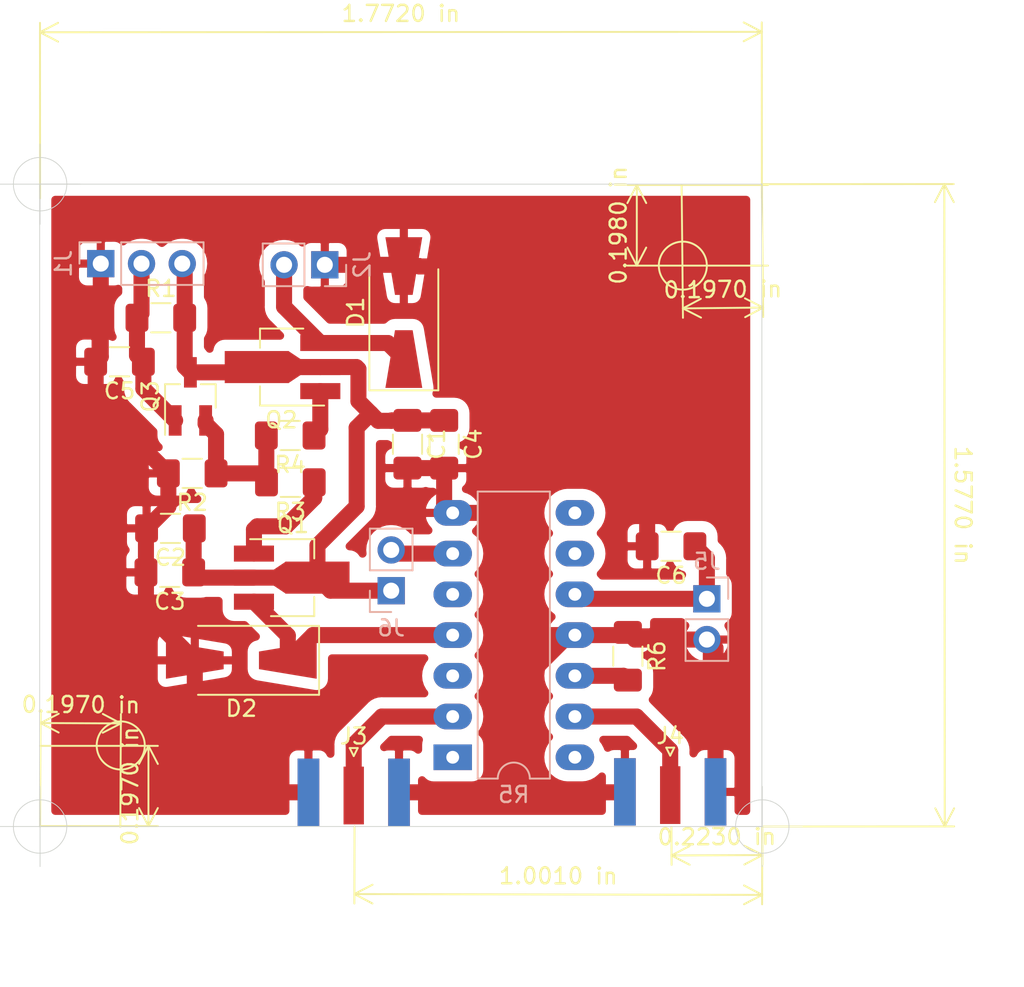
<source format=kicad_pcb>
(kicad_pcb (version 20171130) (host pcbnew "(5.1.4)-1")

  (general
    (thickness 1.6)
    (drawings 18)
    (tracks 121)
    (zones 0)
    (modules 23)
    (nets 16)
  )

  (page A4)
  (layers
    (0 F.Cu signal)
    (31 B.Cu signal)
    (32 B.Adhes user)
    (33 F.Adhes user)
    (34 B.Paste user)
    (35 F.Paste user)
    (36 B.SilkS user)
    (37 F.SilkS user)
    (38 B.Mask user)
    (39 F.Mask user)
    (40 Dwgs.User user)
    (41 Cmts.User user)
    (42 Eco1.User user)
    (43 Eco2.User user)
    (44 Edge.Cuts user)
    (45 Margin user)
    (46 B.CrtYd user)
    (47 F.CrtYd user)
    (48 B.Fab user)
    (49 F.Fab user)
  )

  (setup
    (last_trace_width 0.25)
    (user_trace_width 1)
    (trace_clearance 0.2)
    (zone_clearance 0.508)
    (zone_45_only no)
    (trace_min 0.2)
    (via_size 0.8)
    (via_drill 0.4)
    (via_min_size 0.4)
    (via_min_drill 0.3)
    (uvia_size 0.3)
    (uvia_drill 0.1)
    (uvias_allowed no)
    (uvia_min_size 0.2)
    (uvia_min_drill 0.1)
    (edge_width 0.05)
    (segment_width 0.2)
    (pcb_text_width 0.3)
    (pcb_text_size 1.5 1.5)
    (mod_edge_width 0.12)
    (mod_text_size 1 1)
    (mod_text_width 0.15)
    (pad_size 1.524 1.524)
    (pad_drill 0.762)
    (pad_to_mask_clearance 0.051)
    (solder_mask_min_width 0.25)
    (aux_axis_origin 0 0)
    (visible_elements 7FFFFFFF)
    (pcbplotparams
      (layerselection 0x010fc_ffffffff)
      (usegerberextensions false)
      (usegerberattributes false)
      (usegerberadvancedattributes false)
      (creategerberjobfile false)
      (excludeedgelayer true)
      (linewidth 0.100000)
      (plotframeref false)
      (viasonmask false)
      (mode 1)
      (useauxorigin false)
      (hpglpennumber 1)
      (hpglpenspeed 20)
      (hpglpendiameter 15.000000)
      (psnegative false)
      (psa4output false)
      (plotreference true)
      (plotvalue true)
      (plotinvisibletext false)
      (padsonsilk false)
      (subtractmaskfromsilk false)
      (outputformat 1)
      (mirror false)
      (drillshape 1)
      (scaleselection 1)
      (outputdirectory ""))
  )

  (net 0 "")
  (net 1 +12V)
  (net 2 GND)
  (net 3 "Net-(C5-Pad1)")
  (net 4 "Net-(D1-Pad1)")
  (net 5 "Net-(D2-Pad1)")
  (net 6 "Net-(J3-Pad1)")
  (net 7 "Net-(J4-Pad1)")
  (net 8 "Net-(R5-Pad1)")
  (net 9 "Net-(R5-Pad9)")
  (net 10 "Net-(R5-Pad12)")
  (net 11 "Net-(C6-Pad1)")
  (net 12 "Net-(Q3-Pad2)")
  (net 13 "Net-(Q1-Pad1)")
  (net 14 "Net-(Q2-Pad1)")
  (net 15 "Net-(J6-Pad2)")

  (net_class Default "To jest domyślna klasa połączeń."
    (clearance 0.2)
    (trace_width 0.25)
    (via_dia 0.8)
    (via_drill 0.4)
    (uvia_dia 0.3)
    (uvia_drill 0.1)
    (add_net +12V)
    (add_net GND)
    (add_net "Net-(C5-Pad1)")
    (add_net "Net-(C6-Pad1)")
    (add_net "Net-(D1-Pad1)")
    (add_net "Net-(D2-Pad1)")
    (add_net "Net-(J3-Pad1)")
    (add_net "Net-(J4-Pad1)")
    (add_net "Net-(J6-Pad2)")
    (add_net "Net-(Q1-Pad1)")
    (add_net "Net-(Q2-Pad1)")
    (add_net "Net-(Q3-Pad2)")
    (add_net "Net-(R5-Pad1)")
    (add_net "Net-(R5-Pad12)")
    (add_net "Net-(R5-Pad9)")
  )

  (module Connector_PinHeader_2.54mm:PinHeader_1x02_P2.54mm_Vertical (layer B.Cu) (tedit 59FED5CC) (tstamp 61FD5E49)
    (at 123.6726 99.4918)
    (descr "Through hole straight pin header, 1x02, 2.54mm pitch, single row")
    (tags "Through hole pin header THT 1x02 2.54mm single row")
    (path /61FDEFDA)
    (fp_text reference J6 (at 0 2.33) (layer B.SilkS)
      (effects (font (size 1 1) (thickness 0.15)) (justify mirror))
    )
    (fp_text value Volt_adj (at 0 -4.87) (layer B.Fab)
      (effects (font (size 1 1) (thickness 0.15)) (justify mirror))
    )
    (fp_text user %R (at 0 -1.27 -90) (layer B.Fab)
      (effects (font (size 1 1) (thickness 0.15)) (justify mirror))
    )
    (fp_line (start 1.8 1.8) (end -1.8 1.8) (layer B.CrtYd) (width 0.05))
    (fp_line (start 1.8 -4.35) (end 1.8 1.8) (layer B.CrtYd) (width 0.05))
    (fp_line (start -1.8 -4.35) (end 1.8 -4.35) (layer B.CrtYd) (width 0.05))
    (fp_line (start -1.8 1.8) (end -1.8 -4.35) (layer B.CrtYd) (width 0.05))
    (fp_line (start -1.33 1.33) (end 0 1.33) (layer B.SilkS) (width 0.12))
    (fp_line (start -1.33 0) (end -1.33 1.33) (layer B.SilkS) (width 0.12))
    (fp_line (start -1.33 -1.27) (end 1.33 -1.27) (layer B.SilkS) (width 0.12))
    (fp_line (start 1.33 -1.27) (end 1.33 -3.87) (layer B.SilkS) (width 0.12))
    (fp_line (start -1.33 -1.27) (end -1.33 -3.87) (layer B.SilkS) (width 0.12))
    (fp_line (start -1.33 -3.87) (end 1.33 -3.87) (layer B.SilkS) (width 0.12))
    (fp_line (start -1.27 0.635) (end -0.635 1.27) (layer B.Fab) (width 0.1))
    (fp_line (start -1.27 -3.81) (end -1.27 0.635) (layer B.Fab) (width 0.1))
    (fp_line (start 1.27 -3.81) (end -1.27 -3.81) (layer B.Fab) (width 0.1))
    (fp_line (start 1.27 1.27) (end 1.27 -3.81) (layer B.Fab) (width 0.1))
    (fp_line (start -0.635 1.27) (end 1.27 1.27) (layer B.Fab) (width 0.1))
    (pad 2 thru_hole oval (at 0 -2.54) (size 1.7 1.7) (drill 1) (layers *.Cu *.Mask)
      (net 15 "Net-(J6-Pad2)"))
    (pad 1 thru_hole rect (at 0 0) (size 1.7 1.7) (drill 1) (layers *.Cu *.Mask)
      (net 1 +12V))
    (model ${KISYS3DMOD}/Connector_PinHeader_2.54mm.3dshapes/PinHeader_1x02_P2.54mm_Vertical.wrl
      (at (xyz 0 0 0))
      (scale (xyz 1 1 1))
      (rotate (xyz 0 0 0))
    )
  )

  (module Package_TO_SOT_SMD:SOT-23_Handsoldering (layer F.Cu) (tedit 5A0AB76C) (tstamp 61FD55F9)
    (at 111.1504 87.376 90)
    (descr "SOT-23, Handsoldering")
    (tags SOT-23)
    (path /61F6CD26)
    (attr smd)
    (fp_text reference Q3 (at 0 -2.5 90) (layer F.SilkS)
      (effects (font (size 1 1) (thickness 0.15)))
    )
    (fp_text value BC848 (at 0 2.5 90) (layer F.Fab)
      (effects (font (size 1 1) (thickness 0.15)))
    )
    (fp_line (start 0.76 1.58) (end -0.7 1.58) (layer F.SilkS) (width 0.12))
    (fp_line (start -0.7 1.52) (end 0.7 1.52) (layer F.Fab) (width 0.1))
    (fp_line (start 0.7 -1.52) (end 0.7 1.52) (layer F.Fab) (width 0.1))
    (fp_line (start -0.7 -0.95) (end -0.15 -1.52) (layer F.Fab) (width 0.1))
    (fp_line (start -0.15 -1.52) (end 0.7 -1.52) (layer F.Fab) (width 0.1))
    (fp_line (start -0.7 -0.95) (end -0.7 1.5) (layer F.Fab) (width 0.1))
    (fp_line (start 0.76 -1.58) (end -2.4 -1.58) (layer F.SilkS) (width 0.12))
    (fp_line (start -2.7 1.75) (end -2.7 -1.75) (layer F.CrtYd) (width 0.05))
    (fp_line (start 2.7 1.75) (end -2.7 1.75) (layer F.CrtYd) (width 0.05))
    (fp_line (start 2.7 -1.75) (end 2.7 1.75) (layer F.CrtYd) (width 0.05))
    (fp_line (start -2.7 -1.75) (end 2.7 -1.75) (layer F.CrtYd) (width 0.05))
    (fp_line (start 0.76 -1.58) (end 0.76 -0.65) (layer F.SilkS) (width 0.12))
    (fp_line (start 0.76 1.58) (end 0.76 0.65) (layer F.SilkS) (width 0.12))
    (fp_text user %R (at 0 0) (layer F.Fab)
      (effects (font (size 0.5 0.5) (thickness 0.075)))
    )
    (pad 3 smd rect (at 1.5 0 90) (size 1.9 0.8) (layers F.Cu F.Paste F.Mask)
      (net 1 +12V))
    (pad 2 smd rect (at -1.5 0.95 90) (size 1.9 0.8) (layers F.Cu F.Paste F.Mask)
      (net 12 "Net-(Q3-Pad2)"))
    (pad 1 smd rect (at -1.5 -0.95 90) (size 1.9 0.8) (layers F.Cu F.Paste F.Mask)
      (net 3 "Net-(C5-Pad1)"))
    (model ${KISYS3DMOD}/Package_TO_SOT_SMD.3dshapes/SOT-23.wrl
      (at (xyz 0 0 0))
      (scale (xyz 1 1 1))
      (rotate (xyz 0 0 0))
    )
  )

  (module Package_TO_SOT_SMD:SOT-89-3_Handsoldering (layer F.Cu) (tedit 5A02FF57) (tstamp 61F70A84)
    (at 117.2718 85.5472 180)
    (descr "SOT-89-3 Handsoldering")
    (tags "SOT-89-3 Handsoldering")
    (path /61F6A53E)
    (attr smd)
    (fp_text reference Q2 (at 0.45 -3.3) (layer F.SilkS)
      (effects (font (size 1 1) (thickness 0.15)))
    )
    (fp_text value BCX54 (at 0.5 3.15) (layer F.Fab)
      (effects (font (size 1 1) (thickness 0.15)))
    )
    (fp_line (start -0.13 -2.3) (end 1.68 -2.3) (layer F.Fab) (width 0.1))
    (fp_line (start -0.92 2.3) (end -0.92 -1.51) (layer F.Fab) (width 0.1))
    (fp_line (start 1.68 2.3) (end -0.92 2.3) (layer F.Fab) (width 0.1))
    (fp_line (start 1.68 -2.3) (end 1.68 2.3) (layer F.Fab) (width 0.1))
    (fp_line (start -0.92 -1.51) (end -0.13 -2.3) (layer F.Fab) (width 0.1))
    (fp_line (start 1.78 -2.4) (end 1.78 -1.2) (layer F.SilkS) (width 0.12))
    (fp_line (start -2.22 -2.4) (end 1.78 -2.4) (layer F.SilkS) (width 0.12))
    (fp_line (start 1.78 2.4) (end -0.92 2.4) (layer F.SilkS) (width 0.12))
    (fp_line (start 1.78 1.2) (end 1.78 2.4) (layer F.SilkS) (width 0.12))
    (fp_line (start -3.5 -2.55) (end -3.5 2.55) (layer F.CrtYd) (width 0.05))
    (fp_line (start 4.25 -2.55) (end -3.5 -2.55) (layer F.CrtYd) (width 0.05))
    (fp_line (start 4.25 2.55) (end 4.25 -2.55) (layer F.CrtYd) (width 0.05))
    (fp_line (start -3.5 2.55) (end 4.25 2.55) (layer F.CrtYd) (width 0.05))
    (fp_text user %R (at 0.38 0 90) (layer F.Fab)
      (effects (font (size 0.6 0.6) (thickness 0.09)))
    )
    (pad 2 smd trapezoid (at -0.37 0 270) (size 1.5 0.75) (rect_delta 0 0.5 ) (layers F.Cu F.Paste F.Mask)
      (net 1 +12V))
    (pad 2 smd rect (at 1.98 0 90) (size 2 4) (layers F.Cu F.Paste F.Mask)
      (net 1 +12V))
    (pad 3 smd rect (at -1.98 1.5 90) (size 1 2.5) (layers F.Cu F.Paste F.Mask)
      (net 4 "Net-(D1-Pad1)"))
    (pad 2 smd rect (at -1.98 0 90) (size 1 2.5) (layers F.Cu F.Paste F.Mask)
      (net 1 +12V))
    (pad 1 smd rect (at -1.98 -1.5 90) (size 1 2.5) (layers F.Cu F.Paste F.Mask)
      (net 14 "Net-(Q2-Pad1)"))
    (model ${KISYS3DMOD}/Package_TO_SOT_SMD.3dshapes/SOT-89-3.wrl
      (at (xyz 0 0 0))
      (scale (xyz 1 1 1))
      (rotate (xyz 0 0 0))
    )
  )

  (module Package_TO_SOT_SMD:SOT-89-3_Handsoldering (layer F.Cu) (tedit 5A02FF57) (tstamp 61FD86FA)
    (at 117.094 98.679)
    (descr "SOT-89-3 Handsoldering")
    (tags "SOT-89-3 Handsoldering")
    (path /61F69B20)
    (attr smd)
    (fp_text reference Q1 (at 0.45 -3.3) (layer F.SilkS)
      (effects (font (size 1 1) (thickness 0.15)))
    )
    (fp_text value BCX54 (at 0.5 3.15) (layer F.Fab)
      (effects (font (size 1 1) (thickness 0.15)))
    )
    (fp_line (start -0.13 -2.3) (end 1.68 -2.3) (layer F.Fab) (width 0.1))
    (fp_line (start -0.92 2.3) (end -0.92 -1.51) (layer F.Fab) (width 0.1))
    (fp_line (start 1.68 2.3) (end -0.92 2.3) (layer F.Fab) (width 0.1))
    (fp_line (start 1.68 -2.3) (end 1.68 2.3) (layer F.Fab) (width 0.1))
    (fp_line (start -0.92 -1.51) (end -0.13 -2.3) (layer F.Fab) (width 0.1))
    (fp_line (start 1.78 -2.4) (end 1.78 -1.2) (layer F.SilkS) (width 0.12))
    (fp_line (start -2.22 -2.4) (end 1.78 -2.4) (layer F.SilkS) (width 0.12))
    (fp_line (start 1.78 2.4) (end -0.92 2.4) (layer F.SilkS) (width 0.12))
    (fp_line (start 1.78 1.2) (end 1.78 2.4) (layer F.SilkS) (width 0.12))
    (fp_line (start -3.5 -2.55) (end -3.5 2.55) (layer F.CrtYd) (width 0.05))
    (fp_line (start 4.25 -2.55) (end -3.5 -2.55) (layer F.CrtYd) (width 0.05))
    (fp_line (start 4.25 2.55) (end 4.25 -2.55) (layer F.CrtYd) (width 0.05))
    (fp_line (start -3.5 2.55) (end 4.25 2.55) (layer F.CrtYd) (width 0.05))
    (fp_text user %R (at 0.38 0 90) (layer F.Fab)
      (effects (font (size 0.6 0.6) (thickness 0.09)))
    )
    (pad 2 smd trapezoid (at -0.37 0 90) (size 1.5 0.75) (rect_delta 0 0.5 ) (layers F.Cu F.Paste F.Mask)
      (net 1 +12V))
    (pad 2 smd rect (at 1.98 0 270) (size 2 4) (layers F.Cu F.Paste F.Mask)
      (net 1 +12V))
    (pad 3 smd rect (at -1.98 1.5 270) (size 1 2.5) (layers F.Cu F.Paste F.Mask)
      (net 5 "Net-(D2-Pad1)"))
    (pad 2 smd rect (at -1.98 0 270) (size 1 2.5) (layers F.Cu F.Paste F.Mask)
      (net 1 +12V))
    (pad 1 smd rect (at -1.98 -1.5 270) (size 1 2.5) (layers F.Cu F.Paste F.Mask)
      (net 13 "Net-(Q1-Pad1)"))
    (model ${KISYS3DMOD}/Package_TO_SOT_SMD.3dshapes/SOT-89-3.wrl
      (at (xyz 0 0 0))
      (scale (xyz 1 1 1))
      (rotate (xyz 0 0 0))
    )
  )

  (module Capacitor_SMD:C_1206_3216Metric_Pad1.42x1.75mm_HandSolder (layer F.Cu) (tedit 5B301BBE) (tstamp 61F33C18)
    (at 141.1224 96.7232 180)
    (descr "Capacitor SMD 1206 (3216 Metric), square (rectangular) end terminal, IPC_7351 nominal with elongated pad for handsoldering. (Body size source: http://www.tortai-tech.com/upload/download/2011102023233369053.pdf), generated with kicad-footprint-generator")
    (tags "capacitor handsolder")
    (path /61FA3D9C)
    (attr smd)
    (fp_text reference C6 (at 0 -1.82) (layer F.SilkS)
      (effects (font (size 1 1) (thickness 0.15)))
    )
    (fp_text value 100n (at 0 1.82) (layer F.Fab)
      (effects (font (size 1 1) (thickness 0.15)))
    )
    (fp_text user %R (at 0 0) (layer F.Fab)
      (effects (font (size 0.8 0.8) (thickness 0.12)))
    )
    (fp_line (start 2.45 1.12) (end -2.45 1.12) (layer F.CrtYd) (width 0.05))
    (fp_line (start 2.45 -1.12) (end 2.45 1.12) (layer F.CrtYd) (width 0.05))
    (fp_line (start -2.45 -1.12) (end 2.45 -1.12) (layer F.CrtYd) (width 0.05))
    (fp_line (start -2.45 1.12) (end -2.45 -1.12) (layer F.CrtYd) (width 0.05))
    (fp_line (start -0.602064 0.91) (end 0.602064 0.91) (layer F.SilkS) (width 0.12))
    (fp_line (start -0.602064 -0.91) (end 0.602064 -0.91) (layer F.SilkS) (width 0.12))
    (fp_line (start 1.6 0.8) (end -1.6 0.8) (layer F.Fab) (width 0.1))
    (fp_line (start 1.6 -0.8) (end 1.6 0.8) (layer F.Fab) (width 0.1))
    (fp_line (start -1.6 -0.8) (end 1.6 -0.8) (layer F.Fab) (width 0.1))
    (fp_line (start -1.6 0.8) (end -1.6 -0.8) (layer F.Fab) (width 0.1))
    (pad 2 smd roundrect (at 1.4875 0 180) (size 1.425 1.75) (layers F.Cu F.Paste F.Mask) (roundrect_rratio 0.175439)
      (net 2 GND))
    (pad 1 smd roundrect (at -1.4875 0 180) (size 1.425 1.75) (layers F.Cu F.Paste F.Mask) (roundrect_rratio 0.175439)
      (net 11 "Net-(C6-Pad1)"))
    (model ${KISYS3DMOD}/Capacitor_SMD.3dshapes/C_1206_3216Metric.wrl
      (at (xyz 0 0 0))
      (scale (xyz 1 1 1))
      (rotate (xyz 0 0 0))
    )
  )

  (module Diode_SMD:D_SMA-SMB_Universal_Handsoldering (layer F.Cu) (tedit 5864381A) (tstamp 61F305A6)
    (at 124.46 82.148 90)
    (descr "Diode, Universal, SMA (DO-214AC) or SMB (DO-214AA), Handsoldering,")
    (tags "Diode Universal SMA (DO-214AC) SMB (DO-214AA) Handsoldering ")
    (path /61F64FE5)
    (attr smd)
    (fp_text reference D1 (at 0 -3 90) (layer F.SilkS)
      (effects (font (size 1 1) (thickness 0.15)))
    )
    (fp_text value M7 (at 0 3.1 90) (layer F.Fab)
      (effects (font (size 1 1) (thickness 0.15)))
    )
    (fp_text user %R (at 0 -3 90) (layer F.Fab)
      (effects (font (size 1 1) (thickness 0.15)))
    )
    (fp_line (start -4.85 -2.15) (end -4.85 2.15) (layer F.SilkS) (width 0.12))
    (fp_line (start 2.3 2) (end -2.3 2) (layer F.Fab) (width 0.1))
    (fp_line (start -2.3 2) (end -2.3 -2) (layer F.Fab) (width 0.1))
    (fp_line (start 2.3 -2) (end 2.3 2) (layer F.Fab) (width 0.1))
    (fp_line (start 2.3 -2) (end -2.3 -2) (layer F.Fab) (width 0.1))
    (fp_line (start 2.3 1.5) (end -2.3 1.5) (layer F.Fab) (width 0.1))
    (fp_line (start -2.3 1.5) (end -2.3 -1.5) (layer F.Fab) (width 0.1))
    (fp_line (start 2.3 -1.5) (end 2.3 1.5) (layer F.Fab) (width 0.1))
    (fp_line (start 2.3 -1.5) (end -2.3 -1.5) (layer F.Fab) (width 0.1))
    (fp_line (start -4.95 -2.25) (end 4.95 -2.25) (layer F.CrtYd) (width 0.05))
    (fp_line (start 4.95 -2.25) (end 4.95 2.25) (layer F.CrtYd) (width 0.05))
    (fp_line (start 4.95 2.25) (end -4.95 2.25) (layer F.CrtYd) (width 0.05))
    (fp_line (start -4.95 2.25) (end -4.95 -2.25) (layer F.CrtYd) (width 0.05))
    (fp_line (start -0.64944 0.00102) (end -1.55114 0.00102) (layer F.Fab) (width 0.1))
    (fp_line (start 0.50118 0.00102) (end 1.4994 0.00102) (layer F.Fab) (width 0.1))
    (fp_line (start -0.64944 -0.79908) (end -0.64944 0.80112) (layer F.Fab) (width 0.1))
    (fp_line (start 0.50118 0.75032) (end 0.50118 -0.79908) (layer F.Fab) (width 0.1))
    (fp_line (start -0.64944 0.00102) (end 0.50118 0.75032) (layer F.Fab) (width 0.1))
    (fp_line (start -0.64944 0.00102) (end 0.50118 -0.79908) (layer F.Fab) (width 0.1))
    (fp_line (start -4.85 2.15) (end 2.7 2.15) (layer F.SilkS) (width 0.12))
    (fp_line (start -4.85 -2.15) (end 2.7 -2.15) (layer F.SilkS) (width 0.12))
    (pad 1 smd trapezoid (at -2.9 0 90) (size 3.6 1.7) (rect_delta 0.6 0 ) (layers F.Cu F.Paste F.Mask)
      (net 4 "Net-(D1-Pad1)"))
    (pad 2 smd trapezoid (at 2.9 0 270) (size 3.6 1.7) (rect_delta 0.6 0 ) (layers F.Cu F.Paste F.Mask)
      (net 2 GND))
    (model ${KISYS3DMOD}/Diode_SMD.3dshapes/D_SMB.wrl
      (at (xyz 0 0 0))
      (scale (xyz 1 1 1))
      (rotate (xyz 0 0 0))
    )
  )

  (module Diode_SMD:D_SMA-SMB_Universal_Handsoldering (layer F.Cu) (tedit 5864381A) (tstamp 61F305C2)
    (at 114.3254 103.8352 180)
    (descr "Diode, Universal, SMA (DO-214AC) or SMB (DO-214AA), Handsoldering,")
    (tags "Diode Universal SMA (DO-214AC) SMB (DO-214AA) Handsoldering ")
    (path /61F65756)
    (attr smd)
    (fp_text reference D2 (at 0 -3) (layer F.SilkS)
      (effects (font (size 1 1) (thickness 0.15)))
    )
    (fp_text value M7 (at 0 3.1) (layer F.Fab)
      (effects (font (size 1 1) (thickness 0.15)))
    )
    (fp_text user %R (at 0 -3) (layer F.Fab)
      (effects (font (size 1 1) (thickness 0.15)))
    )
    (fp_line (start -4.85 -2.15) (end -4.85 2.15) (layer F.SilkS) (width 0.12))
    (fp_line (start 2.3 2) (end -2.3 2) (layer F.Fab) (width 0.1))
    (fp_line (start -2.3 2) (end -2.3 -2) (layer F.Fab) (width 0.1))
    (fp_line (start 2.3 -2) (end 2.3 2) (layer F.Fab) (width 0.1))
    (fp_line (start 2.3 -2) (end -2.3 -2) (layer F.Fab) (width 0.1))
    (fp_line (start 2.3 1.5) (end -2.3 1.5) (layer F.Fab) (width 0.1))
    (fp_line (start -2.3 1.5) (end -2.3 -1.5) (layer F.Fab) (width 0.1))
    (fp_line (start 2.3 -1.5) (end 2.3 1.5) (layer F.Fab) (width 0.1))
    (fp_line (start 2.3 -1.5) (end -2.3 -1.5) (layer F.Fab) (width 0.1))
    (fp_line (start -4.95 -2.25) (end 4.95 -2.25) (layer F.CrtYd) (width 0.05))
    (fp_line (start 4.95 -2.25) (end 4.95 2.25) (layer F.CrtYd) (width 0.05))
    (fp_line (start 4.95 2.25) (end -4.95 2.25) (layer F.CrtYd) (width 0.05))
    (fp_line (start -4.95 2.25) (end -4.95 -2.25) (layer F.CrtYd) (width 0.05))
    (fp_line (start -0.64944 0.00102) (end -1.55114 0.00102) (layer F.Fab) (width 0.1))
    (fp_line (start 0.50118 0.00102) (end 1.4994 0.00102) (layer F.Fab) (width 0.1))
    (fp_line (start -0.64944 -0.79908) (end -0.64944 0.80112) (layer F.Fab) (width 0.1))
    (fp_line (start 0.50118 0.75032) (end 0.50118 -0.79908) (layer F.Fab) (width 0.1))
    (fp_line (start -0.64944 0.00102) (end 0.50118 0.75032) (layer F.Fab) (width 0.1))
    (fp_line (start -0.64944 0.00102) (end 0.50118 -0.79908) (layer F.Fab) (width 0.1))
    (fp_line (start -4.85 2.15) (end 2.7 2.15) (layer F.SilkS) (width 0.12))
    (fp_line (start -4.85 -2.15) (end 2.7 -2.15) (layer F.SilkS) (width 0.12))
    (pad 1 smd trapezoid (at -2.9 0 180) (size 3.6 1.7) (rect_delta 0.6 0 ) (layers F.Cu F.Paste F.Mask)
      (net 5 "Net-(D2-Pad1)"))
    (pad 2 smd trapezoid (at 2.9 0) (size 3.6 1.7) (rect_delta 0.6 0 ) (layers F.Cu F.Paste F.Mask)
      (net 2 GND))
    (model ${KISYS3DMOD}/Diode_SMD.3dshapes/D_SMB.wrl
      (at (xyz 0 0 0))
      (scale (xyz 1 1 1))
      (rotate (xyz 0 0 0))
    )
  )

  (module Connector_PinHeader_2.54mm:PinHeader_1x03_P2.54mm_Vertical (layer B.Cu) (tedit 59FED5CC) (tstamp 61F71757)
    (at 105.5624 79.0956 270)
    (descr "Through hole straight pin header, 1x03, 2.54mm pitch, single row")
    (tags "Through hole pin header THT 1x03 2.54mm single row")
    (path /61F1CAAE)
    (fp_text reference J1 (at 0 2.33 90) (layer B.SilkS)
      (effects (font (size 1 1) (thickness 0.15)) (justify mirror))
    )
    (fp_text value Conn_01x03 (at 0 -7.41 90) (layer B.Fab)
      (effects (font (size 1 1) (thickness 0.15)) (justify mirror))
    )
    (fp_line (start -0.635 1.27) (end 1.27 1.27) (layer B.Fab) (width 0.1))
    (fp_line (start 1.27 1.27) (end 1.27 -6.35) (layer B.Fab) (width 0.1))
    (fp_line (start 1.27 -6.35) (end -1.27 -6.35) (layer B.Fab) (width 0.1))
    (fp_line (start -1.27 -6.35) (end -1.27 0.635) (layer B.Fab) (width 0.1))
    (fp_line (start -1.27 0.635) (end -0.635 1.27) (layer B.Fab) (width 0.1))
    (fp_line (start -1.33 -6.41) (end 1.33 -6.41) (layer B.SilkS) (width 0.12))
    (fp_line (start -1.33 -1.27) (end -1.33 -6.41) (layer B.SilkS) (width 0.12))
    (fp_line (start 1.33 -1.27) (end 1.33 -6.41) (layer B.SilkS) (width 0.12))
    (fp_line (start -1.33 -1.27) (end 1.33 -1.27) (layer B.SilkS) (width 0.12))
    (fp_line (start -1.33 0) (end -1.33 1.33) (layer B.SilkS) (width 0.12))
    (fp_line (start -1.33 1.33) (end 0 1.33) (layer B.SilkS) (width 0.12))
    (fp_line (start -1.8 1.8) (end -1.8 -6.85) (layer B.CrtYd) (width 0.05))
    (fp_line (start -1.8 -6.85) (end 1.8 -6.85) (layer B.CrtYd) (width 0.05))
    (fp_line (start 1.8 -6.85) (end 1.8 1.8) (layer B.CrtYd) (width 0.05))
    (fp_line (start 1.8 1.8) (end -1.8 1.8) (layer B.CrtYd) (width 0.05))
    (fp_text user %R (at 0 -2.54) (layer F.Fab)
      (effects (font (size 1 1) (thickness 0.15)))
    )
    (pad 1 thru_hole rect (at 0 0 270) (size 1.7 1.7) (drill 1) (layers *.Cu *.Mask)
      (net 2 GND))
    (pad 2 thru_hole oval (at 0 -2.54 270) (size 1.7 1.7) (drill 1) (layers *.Cu *.Mask)
      (net 3 "Net-(C5-Pad1)"))
    (pad 3 thru_hole oval (at 0 -5.08 270) (size 1.7 1.7) (drill 1) (layers *.Cu *.Mask)
      (net 1 +12V))
    (model ${KISYS3DMOD}/Connector_PinHeader_2.54mm.3dshapes/PinHeader_1x03_P2.54mm_Vertical.wrl
      (at (xyz 0 0 0))
      (scale (xyz 1 1 1))
      (rotate (xyz 0 0 0))
    )
  )

  (module Connector_PinHeader_2.54mm:PinHeader_1x02_P2.54mm_Vertical (layer B.Cu) (tedit 59FED5CC) (tstamp 61F318FE)
    (at 119.5324 79.1718 90)
    (descr "Through hole straight pin header, 1x02, 2.54mm pitch, single row")
    (tags "Through hole pin header THT 1x02 2.54mm single row")
    (path /61F32145)
    (fp_text reference J2 (at 0 2.33 -90) (layer B.SilkS)
      (effects (font (size 1 1) (thickness 0.15)) (justify mirror))
    )
    (fp_text value Conn_Relay (at 0 -4.87 -90) (layer B.Fab)
      (effects (font (size 1 1) (thickness 0.15)) (justify mirror))
    )
    (fp_line (start -0.635 1.27) (end 1.27 1.27) (layer B.Fab) (width 0.1))
    (fp_line (start 1.27 1.27) (end 1.27 -3.81) (layer B.Fab) (width 0.1))
    (fp_line (start 1.27 -3.81) (end -1.27 -3.81) (layer B.Fab) (width 0.1))
    (fp_line (start -1.27 -3.81) (end -1.27 0.635) (layer B.Fab) (width 0.1))
    (fp_line (start -1.27 0.635) (end -0.635 1.27) (layer B.Fab) (width 0.1))
    (fp_line (start -1.33 -3.87) (end 1.33 -3.87) (layer B.SilkS) (width 0.12))
    (fp_line (start -1.33 -1.27) (end -1.33 -3.87) (layer B.SilkS) (width 0.12))
    (fp_line (start 1.33 -1.27) (end 1.33 -3.87) (layer B.SilkS) (width 0.12))
    (fp_line (start -1.33 -1.27) (end 1.33 -1.27) (layer B.SilkS) (width 0.12))
    (fp_line (start -1.33 0) (end -1.33 1.33) (layer B.SilkS) (width 0.12))
    (fp_line (start -1.33 1.33) (end 0 1.33) (layer B.SilkS) (width 0.12))
    (fp_line (start -1.8 1.8) (end -1.8 -4.35) (layer B.CrtYd) (width 0.05))
    (fp_line (start -1.8 -4.35) (end 1.8 -4.35) (layer B.CrtYd) (width 0.05))
    (fp_line (start 1.8 -4.35) (end 1.8 1.8) (layer B.CrtYd) (width 0.05))
    (fp_line (start 1.8 1.8) (end -1.8 1.8) (layer B.CrtYd) (width 0.05))
    (fp_text user %R (at 0 -1.27) (layer B.Fab)
      (effects (font (size 1 1) (thickness 0.15)) (justify mirror))
    )
    (pad 1 thru_hole rect (at 0 0 90) (size 1.7 1.7) (drill 1) (layers *.Cu *.Mask)
      (net 2 GND))
    (pad 2 thru_hole oval (at 0 -2.54 90) (size 1.7 1.7) (drill 1) (layers *.Cu *.Mask)
      (net 4 "Net-(D1-Pad1)"))
    (model ${KISYS3DMOD}/Connector_PinHeader_2.54mm.3dshapes/PinHeader_1x02_P2.54mm_Vertical.wrl
      (at (xyz 0 0 0))
      (scale (xyz 1 1 1))
      (rotate (xyz 0 0 0))
    )
  )

  (module Connector_PinHeader_2.54mm:PinHeader_1x02_P2.54mm_Vertical (layer B.Cu) (tedit 59FED5CC) (tstamp 61F328EA)
    (at 143.3576 99.9998 180)
    (descr "Through hole straight pin header, 1x02, 2.54mm pitch, single row")
    (tags "Through hole pin header THT 1x02 2.54mm single row")
    (path /61F2B8D3)
    (fp_text reference J5 (at 0 2.33 180) (layer B.SilkS)
      (effects (font (size 1 1) (thickness 0.15)) (justify mirror))
    )
    (fp_text value Conn_LNA (at 0 -4.87 180) (layer B.Fab)
      (effects (font (size 1 1) (thickness 0.15)) (justify mirror))
    )
    (fp_text user %R (at 0 -1.27 90) (layer B.Fab)
      (effects (font (size 1 1) (thickness 0.15)) (justify mirror))
    )
    (fp_line (start 1.8 1.8) (end -1.8 1.8) (layer B.CrtYd) (width 0.05))
    (fp_line (start 1.8 -4.35) (end 1.8 1.8) (layer B.CrtYd) (width 0.05))
    (fp_line (start -1.8 -4.35) (end 1.8 -4.35) (layer B.CrtYd) (width 0.05))
    (fp_line (start -1.8 1.8) (end -1.8 -4.35) (layer B.CrtYd) (width 0.05))
    (fp_line (start -1.33 1.33) (end 0 1.33) (layer B.SilkS) (width 0.12))
    (fp_line (start -1.33 0) (end -1.33 1.33) (layer B.SilkS) (width 0.12))
    (fp_line (start -1.33 -1.27) (end 1.33 -1.27) (layer B.SilkS) (width 0.12))
    (fp_line (start 1.33 -1.27) (end 1.33 -3.87) (layer B.SilkS) (width 0.12))
    (fp_line (start -1.33 -1.27) (end -1.33 -3.87) (layer B.SilkS) (width 0.12))
    (fp_line (start -1.33 -3.87) (end 1.33 -3.87) (layer B.SilkS) (width 0.12))
    (fp_line (start -1.27 0.635) (end -0.635 1.27) (layer B.Fab) (width 0.1))
    (fp_line (start -1.27 -3.81) (end -1.27 0.635) (layer B.Fab) (width 0.1))
    (fp_line (start 1.27 -3.81) (end -1.27 -3.81) (layer B.Fab) (width 0.1))
    (fp_line (start 1.27 1.27) (end 1.27 -3.81) (layer B.Fab) (width 0.1))
    (fp_line (start -0.635 1.27) (end 1.27 1.27) (layer B.Fab) (width 0.1))
    (pad 2 thru_hole oval (at 0 -2.54 180) (size 1.7 1.7) (drill 1) (layers *.Cu *.Mask)
      (net 2 GND))
    (pad 1 thru_hole rect (at 0 0 180) (size 1.7 1.7) (drill 1) (layers *.Cu *.Mask)
      (net 11 "Net-(C6-Pad1)"))
    (model ${KISYS3DMOD}/Connector_PinHeader_2.54mm.3dshapes/PinHeader_1x02_P2.54mm_Vertical.wrl
      (at (xyz 0 0 0))
      (scale (xyz 1 1 1))
      (rotate (xyz 0 0 0))
    )
  )

  (module Package_DIP:DIP-14_W7.62mm_LongPads (layer B.Cu) (tedit 5A02E8C5) (tstamp 61F306DF)
    (at 127.508 109.8804)
    (descr "14-lead though-hole mounted DIP package, row spacing 7.62 mm (300 mils), LongPads")
    (tags "THT DIP DIL PDIP 2.54mm 7.62mm 300mil LongPads")
    (path /61F27075)
    (fp_text reference R5 (at 3.81 2.33) (layer B.SilkS)
      (effects (font (size 1 1) (thickness 0.15)) (justify mirror))
    )
    (fp_text value Relay-DX2 (at 3.81 -17.57) (layer B.Fab)
      (effects (font (size 1 1) (thickness 0.15)) (justify mirror))
    )
    (fp_arc (start 3.81 1.33) (end 2.81 1.33) (angle 180) (layer B.SilkS) (width 0.12))
    (fp_line (start 1.635 1.27) (end 6.985 1.27) (layer B.Fab) (width 0.1))
    (fp_line (start 6.985 1.27) (end 6.985 -16.51) (layer B.Fab) (width 0.1))
    (fp_line (start 6.985 -16.51) (end 0.635 -16.51) (layer B.Fab) (width 0.1))
    (fp_line (start 0.635 -16.51) (end 0.635 0.27) (layer B.Fab) (width 0.1))
    (fp_line (start 0.635 0.27) (end 1.635 1.27) (layer B.Fab) (width 0.1))
    (fp_line (start 2.81 1.33) (end 1.56 1.33) (layer B.SilkS) (width 0.12))
    (fp_line (start 1.56 1.33) (end 1.56 -16.57) (layer B.SilkS) (width 0.12))
    (fp_line (start 1.56 -16.57) (end 6.06 -16.57) (layer B.SilkS) (width 0.12))
    (fp_line (start 6.06 -16.57) (end 6.06 1.33) (layer B.SilkS) (width 0.12))
    (fp_line (start 6.06 1.33) (end 4.81 1.33) (layer B.SilkS) (width 0.12))
    (fp_line (start -1.45 1.55) (end -1.45 -16.8) (layer B.CrtYd) (width 0.05))
    (fp_line (start -1.45 -16.8) (end 9.1 -16.8) (layer B.CrtYd) (width 0.05))
    (fp_line (start 9.1 -16.8) (end 9.1 1.55) (layer B.CrtYd) (width 0.05))
    (fp_line (start 9.1 1.55) (end -1.45 1.55) (layer B.CrtYd) (width 0.05))
    (fp_text user %R (at 3.81 -7.62) (layer B.Fab)
      (effects (font (size 1 1) (thickness 0.15)) (justify mirror))
    )
    (pad 1 thru_hole rect (at 0 0) (size 2.4 1.6) (drill 0.8) (layers *.Cu *.Mask)
      (net 8 "Net-(R5-Pad1)"))
    (pad 8 thru_hole oval (at 7.62 -15.24) (size 2.4 1.6) (drill 0.8) (layers *.Cu *.Mask)
      (net 8 "Net-(R5-Pad1)"))
    (pad 2 thru_hole oval (at 0 -2.54) (size 2.4 1.6) (drill 0.8) (layers *.Cu *.Mask)
      (net 6 "Net-(J3-Pad1)"))
    (pad 9 thru_hole oval (at 7.62 -12.7) (size 2.4 1.6) (drill 0.8) (layers *.Cu *.Mask)
      (net 9 "Net-(R5-Pad9)"))
    (pad 3 thru_hole oval (at 0 -5.08) (size 2.4 1.6) (drill 0.8) (layers *.Cu *.Mask)
      (net 8 "Net-(R5-Pad1)"))
    (pad 10 thru_hole oval (at 7.62 -10.16) (size 2.4 1.6) (drill 0.8) (layers *.Cu *.Mask)
      (net 11 "Net-(C6-Pad1)"))
    (pad 4 thru_hole oval (at 0 -7.62) (size 2.4 1.6) (drill 0.8) (layers *.Cu *.Mask)
      (net 5 "Net-(D2-Pad1)"))
    (pad 11 thru_hole oval (at 7.62 -7.62) (size 2.4 1.6) (drill 0.8) (layers *.Cu *.Mask)
      (net 2 GND))
    (pad 5 thru_hole oval (at 0 -10.16) (size 2.4 1.6) (drill 0.8) (layers *.Cu *.Mask)
      (net 8 "Net-(R5-Pad1)"))
    (pad 12 thru_hole oval (at 7.62 -5.08) (size 2.4 1.6) (drill 0.8) (layers *.Cu *.Mask)
      (net 10 "Net-(R5-Pad12)"))
    (pad 6 thru_hole oval (at 0 -12.7) (size 2.4 1.6) (drill 0.8) (layers *.Cu *.Mask)
      (net 15 "Net-(J6-Pad2)"))
    (pad 13 thru_hole oval (at 7.62 -2.54) (size 2.4 1.6) (drill 0.8) (layers *.Cu *.Mask)
      (net 7 "Net-(J4-Pad1)"))
    (pad 7 thru_hole oval (at 0 -15.24) (size 2.4 1.6) (drill 0.8) (layers *.Cu *.Mask)
      (net 2 GND))
    (pad 14 thru_hole oval (at 7.62 0) (size 2.4 1.6) (drill 0.8) (layers *.Cu *.Mask)
      (net 8 "Net-(R5-Pad1)"))
    (model ${KISYS3DMOD}/Package_DIP.3dshapes/DIP-14_W7.62mm.wrl
      (at (xyz 0 0 0))
      (scale (xyz 1 1 1))
      (rotate (xyz 0 0 0))
    )
  )

  (module Capacitor_SMD:C_1206_3216Metric_Pad1.42x1.75mm_HandSolder (layer F.Cu) (tedit 5B301BBE) (tstamp 61F33BB8)
    (at 124.6886 90.3589 270)
    (descr "Capacitor SMD 1206 (3216 Metric), square (rectangular) end terminal, IPC_7351 nominal with elongated pad for handsoldering. (Body size source: http://www.tortai-tech.com/upload/download/2011102023233369053.pdf), generated with kicad-footprint-generator")
    (tags "capacitor handsolder")
    (path /61F56789)
    (attr smd)
    (fp_text reference C1 (at 0 -1.82 90) (layer F.SilkS)
      (effects (font (size 1 1) (thickness 0.15)))
    )
    (fp_text value 10n (at 0 1.82 90) (layer F.Fab)
      (effects (font (size 1 1) (thickness 0.15)))
    )
    (fp_line (start -1.6 0.8) (end -1.6 -0.8) (layer F.Fab) (width 0.1))
    (fp_line (start -1.6 -0.8) (end 1.6 -0.8) (layer F.Fab) (width 0.1))
    (fp_line (start 1.6 -0.8) (end 1.6 0.8) (layer F.Fab) (width 0.1))
    (fp_line (start 1.6 0.8) (end -1.6 0.8) (layer F.Fab) (width 0.1))
    (fp_line (start -0.602064 -0.91) (end 0.602064 -0.91) (layer F.SilkS) (width 0.12))
    (fp_line (start -0.602064 0.91) (end 0.602064 0.91) (layer F.SilkS) (width 0.12))
    (fp_line (start -2.45 1.12) (end -2.45 -1.12) (layer F.CrtYd) (width 0.05))
    (fp_line (start -2.45 -1.12) (end 2.45 -1.12) (layer F.CrtYd) (width 0.05))
    (fp_line (start 2.45 -1.12) (end 2.45 1.12) (layer F.CrtYd) (width 0.05))
    (fp_line (start 2.45 1.12) (end -2.45 1.12) (layer F.CrtYd) (width 0.05))
    (fp_text user %R (at 0 0 90) (layer F.Fab)
      (effects (font (size 0.8 0.8) (thickness 0.12)))
    )
    (pad 1 smd roundrect (at -1.4875 0 270) (size 1.425 1.75) (layers F.Cu F.Paste F.Mask) (roundrect_rratio 0.175439)
      (net 1 +12V))
    (pad 2 smd roundrect (at 1.4875 0 270) (size 1.425 1.75) (layers F.Cu F.Paste F.Mask) (roundrect_rratio 0.175439)
      (net 2 GND))
    (model ${KISYS3DMOD}/Capacitor_SMD.3dshapes/C_1206_3216Metric.wrl
      (at (xyz 0 0 0))
      (scale (xyz 1 1 1))
      (rotate (xyz 0 0 0))
    )
  )

  (module Capacitor_SMD:C_1206_3216Metric_Pad1.42x1.75mm_HandSolder (layer F.Cu) (tedit 5B301BBE) (tstamp 61FD8940)
    (at 109.9058 95.6056 180)
    (descr "Capacitor SMD 1206 (3216 Metric), square (rectangular) end terminal, IPC_7351 nominal with elongated pad for handsoldering. (Body size source: http://www.tortai-tech.com/upload/download/2011102023233369053.pdf), generated with kicad-footprint-generator")
    (tags "capacitor handsolder")
    (path /61F4E913)
    (attr smd)
    (fp_text reference C2 (at 0 -1.82) (layer F.SilkS)
      (effects (font (size 1 1) (thickness 0.15)))
    )
    (fp_text value 100n (at 0 1.82) (layer F.Fab)
      (effects (font (size 1 1) (thickness 0.15)))
    )
    (fp_text user %R (at 0 0 270) (layer F.Fab)
      (effects (font (size 0.8 0.8) (thickness 0.12)))
    )
    (fp_line (start 2.45 1.12) (end -2.45 1.12) (layer F.CrtYd) (width 0.05))
    (fp_line (start 2.45 -1.12) (end 2.45 1.12) (layer F.CrtYd) (width 0.05))
    (fp_line (start -2.45 -1.12) (end 2.45 -1.12) (layer F.CrtYd) (width 0.05))
    (fp_line (start -2.45 1.12) (end -2.45 -1.12) (layer F.CrtYd) (width 0.05))
    (fp_line (start -0.602064 0.91) (end 0.602064 0.91) (layer F.SilkS) (width 0.12))
    (fp_line (start -0.602064 -0.91) (end 0.602064 -0.91) (layer F.SilkS) (width 0.12))
    (fp_line (start 1.6 0.8) (end -1.6 0.8) (layer F.Fab) (width 0.1))
    (fp_line (start 1.6 -0.8) (end 1.6 0.8) (layer F.Fab) (width 0.1))
    (fp_line (start -1.6 -0.8) (end 1.6 -0.8) (layer F.Fab) (width 0.1))
    (fp_line (start -1.6 0.8) (end -1.6 -0.8) (layer F.Fab) (width 0.1))
    (pad 2 smd roundrect (at 1.4875 0 180) (size 1.425 1.75) (layers F.Cu F.Paste F.Mask) (roundrect_rratio 0.175439)
      (net 2 GND))
    (pad 1 smd roundrect (at -1.4875 0 180) (size 1.425 1.75) (layers F.Cu F.Paste F.Mask) (roundrect_rratio 0.175439)
      (net 1 +12V))
    (model ${KISYS3DMOD}/Capacitor_SMD.3dshapes/C_1206_3216Metric.wrl
      (at (xyz 0 0 0))
      (scale (xyz 1 1 1))
      (rotate (xyz 0 0 0))
    )
  )

  (module Capacitor_SMD:C_1206_3216Metric_Pad1.42x1.75mm_HandSolder (layer F.Cu) (tedit 5B301BBE) (tstamp 61F70DFC)
    (at 109.8661 98.3488 180)
    (descr "Capacitor SMD 1206 (3216 Metric), square (rectangular) end terminal, IPC_7351 nominal with elongated pad for handsoldering. (Body size source: http://www.tortai-tech.com/upload/download/2011102023233369053.pdf), generated with kicad-footprint-generator")
    (tags "capacitor handsolder")
    (path /61F4FF1B)
    (attr smd)
    (fp_text reference C3 (at 0 -1.82) (layer F.SilkS)
      (effects (font (size 1 1) (thickness 0.15)))
    )
    (fp_text value 10n (at 0 1.82) (layer F.Fab)
      (effects (font (size 1 1) (thickness 0.15)))
    )
    (fp_line (start -1.6 0.8) (end -1.6 -0.8) (layer F.Fab) (width 0.1))
    (fp_line (start -1.6 -0.8) (end 1.6 -0.8) (layer F.Fab) (width 0.1))
    (fp_line (start 1.6 -0.8) (end 1.6 0.8) (layer F.Fab) (width 0.1))
    (fp_line (start 1.6 0.8) (end -1.6 0.8) (layer F.Fab) (width 0.1))
    (fp_line (start -0.602064 -0.91) (end 0.602064 -0.91) (layer F.SilkS) (width 0.12))
    (fp_line (start -0.602064 0.91) (end 0.602064 0.91) (layer F.SilkS) (width 0.12))
    (fp_line (start -2.45 1.12) (end -2.45 -1.12) (layer F.CrtYd) (width 0.05))
    (fp_line (start -2.45 -1.12) (end 2.45 -1.12) (layer F.CrtYd) (width 0.05))
    (fp_line (start 2.45 -1.12) (end 2.45 1.12) (layer F.CrtYd) (width 0.05))
    (fp_line (start 2.45 1.12) (end -2.45 1.12) (layer F.CrtYd) (width 0.05))
    (fp_text user %R (at 0 0) (layer F.Fab)
      (effects (font (size 0.8 0.8) (thickness 0.12)))
    )
    (pad 1 smd roundrect (at -1.4875 0 180) (size 1.425 1.75) (layers F.Cu F.Paste F.Mask) (roundrect_rratio 0.175439)
      (net 1 +12V))
    (pad 2 smd roundrect (at 1.4875 0 180) (size 1.425 1.75) (layers F.Cu F.Paste F.Mask) (roundrect_rratio 0.175439)
      (net 2 GND))
    (model ${KISYS3DMOD}/Capacitor_SMD.3dshapes/C_1206_3216Metric.wrl
      (at (xyz 0 0 0))
      (scale (xyz 1 1 1))
      (rotate (xyz 0 0 0))
    )
  )

  (module Capacitor_SMD:C_1206_3216Metric_Pad1.42x1.75mm_HandSolder (layer F.Cu) (tedit 5B301BBE) (tstamp 61F34A7D)
    (at 126.9746 90.3621 270)
    (descr "Capacitor SMD 1206 (3216 Metric), square (rectangular) end terminal, IPC_7351 nominal with elongated pad for handsoldering. (Body size source: http://www.tortai-tech.com/upload/download/2011102023233369053.pdf), generated with kicad-footprint-generator")
    (tags "capacitor handsolder")
    (path /61F561E2)
    (attr smd)
    (fp_text reference C4 (at 0 -1.82 90) (layer F.SilkS)
      (effects (font (size 1 1) (thickness 0.15)))
    )
    (fp_text value 100n (at 0 1.82 90) (layer F.Fab)
      (effects (font (size 1 1) (thickness 0.15)))
    )
    (fp_text user %R (at 0 0 90) (layer F.Fab)
      (effects (font (size 0.8 0.8) (thickness 0.12)))
    )
    (fp_line (start 2.45 1.12) (end -2.45 1.12) (layer F.CrtYd) (width 0.05))
    (fp_line (start 2.45 -1.12) (end 2.45 1.12) (layer F.CrtYd) (width 0.05))
    (fp_line (start -2.45 -1.12) (end 2.45 -1.12) (layer F.CrtYd) (width 0.05))
    (fp_line (start -2.45 1.12) (end -2.45 -1.12) (layer F.CrtYd) (width 0.05))
    (fp_line (start -0.602064 0.91) (end 0.602064 0.91) (layer F.SilkS) (width 0.12))
    (fp_line (start -0.602064 -0.91) (end 0.602064 -0.91) (layer F.SilkS) (width 0.12))
    (fp_line (start 1.6 0.8) (end -1.6 0.8) (layer F.Fab) (width 0.1))
    (fp_line (start 1.6 -0.8) (end 1.6 0.8) (layer F.Fab) (width 0.1))
    (fp_line (start -1.6 -0.8) (end 1.6 -0.8) (layer F.Fab) (width 0.1))
    (fp_line (start -1.6 0.8) (end -1.6 -0.8) (layer F.Fab) (width 0.1))
    (pad 2 smd roundrect (at 1.4875 0 270) (size 1.425 1.75) (layers F.Cu F.Paste F.Mask) (roundrect_rratio 0.175439)
      (net 2 GND))
    (pad 1 smd roundrect (at -1.4875 0 270) (size 1.425 1.75) (layers F.Cu F.Paste F.Mask) (roundrect_rratio 0.175439)
      (net 1 +12V))
    (model ${KISYS3DMOD}/Capacitor_SMD.3dshapes/C_1206_3216Metric.wrl
      (at (xyz 0 0 0))
      (scale (xyz 1 1 1))
      (rotate (xyz 0 0 0))
    )
  )

  (module Capacitor_SMD:C_1206_3216Metric_Pad1.42x1.75mm_HandSolder (layer F.Cu) (tedit 5B301BBE) (tstamp 61F6F51A)
    (at 106.7308 85.217 180)
    (descr "Capacitor SMD 1206 (3216 Metric), square (rectangular) end terminal, IPC_7351 nominal with elongated pad for handsoldering. (Body size source: http://www.tortai-tech.com/upload/download/2011102023233369053.pdf), generated with kicad-footprint-generator")
    (tags "capacitor handsolder")
    (path /61F37CEE)
    (attr smd)
    (fp_text reference C5 (at 0 -1.82) (layer F.SilkS)
      (effects (font (size 1 1) (thickness 0.15)))
    )
    (fp_text value 1n (at 0 1.82) (layer F.Fab)
      (effects (font (size 1 1) (thickness 0.15)))
    )
    (fp_line (start -1.6 0.8) (end -1.6 -0.8) (layer F.Fab) (width 0.1))
    (fp_line (start -1.6 -0.8) (end 1.6 -0.8) (layer F.Fab) (width 0.1))
    (fp_line (start 1.6 -0.8) (end 1.6 0.8) (layer F.Fab) (width 0.1))
    (fp_line (start 1.6 0.8) (end -1.6 0.8) (layer F.Fab) (width 0.1))
    (fp_line (start -0.602064 -0.91) (end 0.602064 -0.91) (layer F.SilkS) (width 0.12))
    (fp_line (start -0.602064 0.91) (end 0.602064 0.91) (layer F.SilkS) (width 0.12))
    (fp_line (start -2.45 1.12) (end -2.45 -1.12) (layer F.CrtYd) (width 0.05))
    (fp_line (start -2.45 -1.12) (end 2.45 -1.12) (layer F.CrtYd) (width 0.05))
    (fp_line (start 2.45 -1.12) (end 2.45 1.12) (layer F.CrtYd) (width 0.05))
    (fp_line (start 2.45 1.12) (end -2.45 1.12) (layer F.CrtYd) (width 0.05))
    (fp_text user %R (at 0 0) (layer F.Fab)
      (effects (font (size 0.8 0.8) (thickness 0.12)))
    )
    (pad 1 smd roundrect (at -1.4875 0 180) (size 1.425 1.75) (layers F.Cu F.Paste F.Mask) (roundrect_rratio 0.175439)
      (net 3 "Net-(C5-Pad1)"))
    (pad 2 smd roundrect (at 1.4875 0 180) (size 1.425 1.75) (layers F.Cu F.Paste F.Mask) (roundrect_rratio 0.175439)
      (net 2 GND))
    (model ${KISYS3DMOD}/Capacitor_SMD.3dshapes/C_1206_3216Metric.wrl
      (at (xyz 0 0 0))
      (scale (xyz 1 1 1))
      (rotate (xyz 0 0 0))
    )
  )

  (module Connector_Coaxial:SMA_Samtec_SMA-J-P-H-ST-EM1_EdgeMount (layer F.Cu) (tedit 5BA382C0) (tstamp 61F33C19)
    (at 121.3358 112.0648 270)
    (descr http://suddendocs.samtec.com/prints/sma-j-p-x-st-em1-mkt.pdf)
    (tags SMA)
    (path /61F318C9)
    (attr smd)
    (fp_text reference J3 (at -3.5 0) (layer F.SilkS)
      (effects (font (size 1 1) (thickness 0.15)))
    )
    (fp_text value Conn_Coaxial (at 5 5.9 90) (layer F.Fab)
      (effects (font (size 1 1) (thickness 0.15)))
    )
    (fp_line (start -2.76 0.25) (end -2.26 0) (layer F.SilkS) (width 0.12))
    (fp_line (start -2.76 -0.25) (end -2.76 0.25) (layer F.SilkS) (width 0.12))
    (fp_line (start -2.26 0) (end -2.76 -0.25) (layer F.SilkS) (width 0.12))
    (fp_line (start 3.1 0) (end 2.1 0.75) (layer F.Fab) (width 0.1))
    (fp_line (start 2.1 -0.75) (end 3.1 0) (layer F.Fab) (width 0.1))
    (fp_text user %R (at 4.79 0 180) (layer F.Fab)
      (effects (font (size 1 1) (thickness 0.15)))
    )
    (fp_line (start 3 -4) (end -2.6 -4) (layer F.CrtYd) (width 0.05))
    (fp_line (start 12.12 -4.5) (end 12.12 4.5) (layer F.CrtYd) (width 0.05))
    (fp_line (start 3 4) (end -2.6 4) (layer F.CrtYd) (width 0.05))
    (fp_line (start -2.6 4) (end -2.6 -4) (layer F.CrtYd) (width 0.05))
    (fp_line (start 3 -4) (end -2.6 -4) (layer B.CrtYd) (width 0.05))
    (fp_line (start 12.12 -4.5) (end 12.12 4.5) (layer B.CrtYd) (width 0.05))
    (fp_line (start 3 4) (end -2.6 4) (layer B.CrtYd) (width 0.05))
    (fp_line (start -2.6 4) (end -2.6 -4) (layer B.CrtYd) (width 0.05))
    (fp_line (start 11.62 -3.165) (end 11.62 3.165) (layer F.Fab) (width 0.1))
    (fp_line (start -1.71 -3.175) (end 11.62 -3.175) (layer F.Fab) (width 0.1))
    (fp_line (start -1.71 -3.175) (end -1.71 -2.365) (layer F.Fab) (width 0.1))
    (fp_line (start -1.71 -2.365) (end 2.1 -2.365) (layer F.Fab) (width 0.1))
    (fp_line (start 2.1 -2.365) (end 2.1 2.365) (layer F.Fab) (width 0.1))
    (fp_line (start 2.1 2.365) (end -1.71 2.365) (layer F.Fab) (width 0.1))
    (fp_line (start -1.71 2.365) (end -1.71 3.175) (layer F.Fab) (width 0.1))
    (fp_line (start -1.71 3.175) (end 11.62 3.175) (layer F.Fab) (width 0.1))
    (fp_line (start 12.12 4.5) (end 3 4.5) (layer F.CrtYd) (width 0.05))
    (fp_line (start 3 4.5) (end 3 4) (layer F.CrtYd) (width 0.05))
    (fp_line (start 12.12 -4.5) (end 3 -4.5) (layer F.CrtYd) (width 0.05))
    (fp_line (start 3 -4.5) (end 3 -4) (layer F.CrtYd) (width 0.05))
    (fp_line (start 12.12 -4.5) (end 3 -4.5) (layer B.CrtYd) (width 0.05))
    (fp_line (start 3 -4.5) (end 3 -4) (layer B.CrtYd) (width 0.05))
    (fp_line (start 12.12 4.5) (end 3 4.5) (layer B.CrtYd) (width 0.05))
    (fp_line (start 3 4.5) (end 3 4) (layer B.CrtYd) (width 0.05))
    (fp_line (start 2.1 -3.5) (end 2.1 3.5) (layer Dwgs.User) (width 0.1))
    (fp_text user "PCB Edge" (at 2.6 0) (layer Dwgs.User)
      (effects (font (size 0.5 0.5) (thickness 0.1)))
    )
    (pad 2 smd rect (at 0 2.825) (size 1.35 4.2) (layers B.Cu B.Paste B.Mask)
      (net 2 GND))
    (pad 2 smd rect (at 0 -2.825) (size 1.35 4.2) (layers B.Cu B.Paste B.Mask)
      (net 2 GND))
    (pad 2 smd rect (at 0 2.825) (size 1.35 4.2) (layers F.Cu F.Paste F.Mask)
      (net 2 GND))
    (pad 2 smd rect (at 0 -2.825) (size 1.35 4.2) (layers F.Cu F.Paste F.Mask)
      (net 2 GND))
    (pad 1 smd rect (at 0.2 0) (size 1.27 3.6) (layers F.Cu F.Paste F.Mask)
      (net 6 "Net-(J3-Pad1)"))
    (model ${KISYS3DMOD}/Connector_Coaxial.3dshapes/SMA_Samtec_SMA-J-P-H-ST-EM1_EdgeMount.wrl
      (at (xyz 0 0 0))
      (scale (xyz 1 1 1))
      (rotate (xyz 0 0 0))
    )
  )

  (module Connector_Coaxial:SMA_Samtec_SMA-J-P-H-ST-EM1_EdgeMount (layer F.Cu) (tedit 5BA382C0) (tstamp 61F33C41)
    (at 141.0716 112.0394 270)
    (descr http://suddendocs.samtec.com/prints/sma-j-p-x-st-em1-mkt.pdf)
    (tags SMA)
    (path /61F310AB)
    (attr smd)
    (fp_text reference J4 (at -3.5 0) (layer F.SilkS)
      (effects (font (size 1 1) (thickness 0.15)))
    )
    (fp_text value Conn_Coaxial (at 5 5.9 90) (layer F.Fab)
      (effects (font (size 1 1) (thickness 0.15)))
    )
    (fp_text user "PCB Edge" (at 2.6 0) (layer Dwgs.User)
      (effects (font (size 0.5 0.5) (thickness 0.1)))
    )
    (fp_line (start 2.1 -3.5) (end 2.1 3.5) (layer Dwgs.User) (width 0.1))
    (fp_line (start 3 4.5) (end 3 4) (layer B.CrtYd) (width 0.05))
    (fp_line (start 12.12 4.5) (end 3 4.5) (layer B.CrtYd) (width 0.05))
    (fp_line (start 3 -4.5) (end 3 -4) (layer B.CrtYd) (width 0.05))
    (fp_line (start 12.12 -4.5) (end 3 -4.5) (layer B.CrtYd) (width 0.05))
    (fp_line (start 3 -4.5) (end 3 -4) (layer F.CrtYd) (width 0.05))
    (fp_line (start 12.12 -4.5) (end 3 -4.5) (layer F.CrtYd) (width 0.05))
    (fp_line (start 3 4.5) (end 3 4) (layer F.CrtYd) (width 0.05))
    (fp_line (start 12.12 4.5) (end 3 4.5) (layer F.CrtYd) (width 0.05))
    (fp_line (start -1.71 3.175) (end 11.62 3.175) (layer F.Fab) (width 0.1))
    (fp_line (start -1.71 2.365) (end -1.71 3.175) (layer F.Fab) (width 0.1))
    (fp_line (start 2.1 2.365) (end -1.71 2.365) (layer F.Fab) (width 0.1))
    (fp_line (start 2.1 -2.365) (end 2.1 2.365) (layer F.Fab) (width 0.1))
    (fp_line (start -1.71 -2.365) (end 2.1 -2.365) (layer F.Fab) (width 0.1))
    (fp_line (start -1.71 -3.175) (end -1.71 -2.365) (layer F.Fab) (width 0.1))
    (fp_line (start -1.71 -3.175) (end 11.62 -3.175) (layer F.Fab) (width 0.1))
    (fp_line (start 11.62 -3.165) (end 11.62 3.165) (layer F.Fab) (width 0.1))
    (fp_line (start -2.6 4) (end -2.6 -4) (layer B.CrtYd) (width 0.05))
    (fp_line (start 3 4) (end -2.6 4) (layer B.CrtYd) (width 0.05))
    (fp_line (start 12.12 -4.5) (end 12.12 4.5) (layer B.CrtYd) (width 0.05))
    (fp_line (start 3 -4) (end -2.6 -4) (layer B.CrtYd) (width 0.05))
    (fp_line (start -2.6 4) (end -2.6 -4) (layer F.CrtYd) (width 0.05))
    (fp_line (start 3 4) (end -2.6 4) (layer F.CrtYd) (width 0.05))
    (fp_line (start 12.12 -4.5) (end 12.12 4.5) (layer F.CrtYd) (width 0.05))
    (fp_line (start 3 -4) (end -2.6 -4) (layer F.CrtYd) (width 0.05))
    (fp_text user %R (at 4.79 0 180) (layer F.Fab)
      (effects (font (size 1 1) (thickness 0.15)))
    )
    (fp_line (start 2.1 -0.75) (end 3.1 0) (layer F.Fab) (width 0.1))
    (fp_line (start 3.1 0) (end 2.1 0.75) (layer F.Fab) (width 0.1))
    (fp_line (start -2.26 0) (end -2.76 -0.25) (layer F.SilkS) (width 0.12))
    (fp_line (start -2.76 -0.25) (end -2.76 0.25) (layer F.SilkS) (width 0.12))
    (fp_line (start -2.76 0.25) (end -2.26 0) (layer F.SilkS) (width 0.12))
    (pad 1 smd rect (at 0.2 0) (size 1.27 3.6) (layers F.Cu F.Paste F.Mask)
      (net 7 "Net-(J4-Pad1)"))
    (pad 2 smd rect (at 0 -2.825) (size 1.35 4.2) (layers F.Cu F.Paste F.Mask)
      (net 2 GND))
    (pad 2 smd rect (at 0 2.825) (size 1.35 4.2) (layers F.Cu F.Paste F.Mask)
      (net 2 GND))
    (pad 2 smd rect (at 0 -2.825) (size 1.35 4.2) (layers B.Cu B.Paste B.Mask)
      (net 2 GND))
    (pad 2 smd rect (at 0 2.825) (size 1.35 4.2) (layers B.Cu B.Paste B.Mask)
      (net 2 GND))
    (model ${KISYS3DMOD}/Connector_Coaxial.3dshapes/SMA_Samtec_SMA-J-P-H-ST-EM1_EdgeMount.wrl
      (at (xyz 0 0 0))
      (scale (xyz 1 1 1))
      (rotate (xyz 0 0 0))
    )
  )

  (module Resistor_SMD:R_1206_3216Metric_Pad1.42x1.75mm_HandSolder (layer F.Cu) (tedit 5B301BBD) (tstamp 61F71A09)
    (at 109.3073 82.4738)
    (descr "Resistor SMD 1206 (3216 Metric), square (rectangular) end terminal, IPC_7351 nominal with elongated pad for handsoldering. (Body size source: http://www.tortai-tech.com/upload/download/2011102023233369053.pdf), generated with kicad-footprint-generator")
    (tags "resistor handsolder")
    (path /61F3E2F0)
    (attr smd)
    (fp_text reference R1 (at 0 -1.82) (layer F.SilkS)
      (effects (font (size 1 1) (thickness 0.15)))
    )
    (fp_text value 1.2k (at 0 1.82) (layer F.Fab)
      (effects (font (size 1 1) (thickness 0.15)))
    )
    (fp_text user %R (at 0 0) (layer F.Fab)
      (effects (font (size 0.8 0.8) (thickness 0.12)))
    )
    (fp_line (start 2.45 1.12) (end -2.45 1.12) (layer F.CrtYd) (width 0.05))
    (fp_line (start 2.45 -1.12) (end 2.45 1.12) (layer F.CrtYd) (width 0.05))
    (fp_line (start -2.45 -1.12) (end 2.45 -1.12) (layer F.CrtYd) (width 0.05))
    (fp_line (start -2.45 1.12) (end -2.45 -1.12) (layer F.CrtYd) (width 0.05))
    (fp_line (start -0.602064 0.91) (end 0.602064 0.91) (layer F.SilkS) (width 0.12))
    (fp_line (start -0.602064 -0.91) (end 0.602064 -0.91) (layer F.SilkS) (width 0.12))
    (fp_line (start 1.6 0.8) (end -1.6 0.8) (layer F.Fab) (width 0.1))
    (fp_line (start 1.6 -0.8) (end 1.6 0.8) (layer F.Fab) (width 0.1))
    (fp_line (start -1.6 -0.8) (end 1.6 -0.8) (layer F.Fab) (width 0.1))
    (fp_line (start -1.6 0.8) (end -1.6 -0.8) (layer F.Fab) (width 0.1))
    (pad 2 smd roundrect (at 1.4875 0) (size 1.425 1.75) (layers F.Cu F.Paste F.Mask) (roundrect_rratio 0.175439)
      (net 1 +12V))
    (pad 1 smd roundrect (at -1.4875 0) (size 1.425 1.75) (layers F.Cu F.Paste F.Mask) (roundrect_rratio 0.175439)
      (net 3 "Net-(C5-Pad1)"))
    (model ${KISYS3DMOD}/Resistor_SMD.3dshapes/R_1206_3216Metric.wrl
      (at (xyz 0 0 0))
      (scale (xyz 1 1 1))
      (rotate (xyz 0 0 0))
    )
  )

  (module Resistor_SMD:R_1206_3216Metric_Pad1.42x1.75mm_HandSolder (layer F.Cu) (tedit 5B301BBD) (tstamp 61F7189C)
    (at 111.2631 92.1766 180)
    (descr "Resistor SMD 1206 (3216 Metric), square (rectangular) end terminal, IPC_7351 nominal with elongated pad for handsoldering. (Body size source: http://www.tortai-tech.com/upload/download/2011102023233369053.pdf), generated with kicad-footprint-generator")
    (tags "resistor handsolder")
    (path /61F28A2B)
    (attr smd)
    (fp_text reference R2 (at 0 -1.82) (layer F.SilkS)
      (effects (font (size 1 1) (thickness 0.15)))
    )
    (fp_text value 4.7k (at 0 1.82) (layer F.Fab)
      (effects (font (size 1 1) (thickness 0.15)))
    )
    (fp_line (start -1.6 0.8) (end -1.6 -0.8) (layer F.Fab) (width 0.1))
    (fp_line (start -1.6 -0.8) (end 1.6 -0.8) (layer F.Fab) (width 0.1))
    (fp_line (start 1.6 -0.8) (end 1.6 0.8) (layer F.Fab) (width 0.1))
    (fp_line (start 1.6 0.8) (end -1.6 0.8) (layer F.Fab) (width 0.1))
    (fp_line (start -0.602064 -0.91) (end 0.602064 -0.91) (layer F.SilkS) (width 0.12))
    (fp_line (start -0.602064 0.91) (end 0.602064 0.91) (layer F.SilkS) (width 0.12))
    (fp_line (start -2.45 1.12) (end -2.45 -1.12) (layer F.CrtYd) (width 0.05))
    (fp_line (start -2.45 -1.12) (end 2.45 -1.12) (layer F.CrtYd) (width 0.05))
    (fp_line (start 2.45 -1.12) (end 2.45 1.12) (layer F.CrtYd) (width 0.05))
    (fp_line (start 2.45 1.12) (end -2.45 1.12) (layer F.CrtYd) (width 0.05))
    (fp_text user %R (at 0 0) (layer F.Fab)
      (effects (font (size 0.8 0.8) (thickness 0.12)))
    )
    (pad 1 smd roundrect (at -1.4875 0 180) (size 1.425 1.75) (layers F.Cu F.Paste F.Mask) (roundrect_rratio 0.175439)
      (net 12 "Net-(Q3-Pad2)"))
    (pad 2 smd roundrect (at 1.4875 0 180) (size 1.425 1.75) (layers F.Cu F.Paste F.Mask) (roundrect_rratio 0.175439)
      (net 2 GND))
    (model ${KISYS3DMOD}/Resistor_SMD.3dshapes/R_1206_3216Metric.wrl
      (at (xyz 0 0 0))
      (scale (xyz 1 1 1))
      (rotate (xyz 0 0 0))
    )
  )

  (module Resistor_SMD:R_1206_3216Metric_Pad1.42x1.75mm_HandSolder (layer F.Cu) (tedit 5B301BBD) (tstamp 61FD8681)
    (at 117.3845 92.7354 180)
    (descr "Resistor SMD 1206 (3216 Metric), square (rectangular) end terminal, IPC_7351 nominal with elongated pad for handsoldering. (Body size source: http://www.tortai-tech.com/upload/download/2011102023233369053.pdf), generated with kicad-footprint-generator")
    (tags "resistor handsolder")
    (path /61F483BC)
    (attr smd)
    (fp_text reference R3 (at 0 -1.82) (layer F.SilkS)
      (effects (font (size 1 1) (thickness 0.15)))
    )
    (fp_text value 1k (at 0 1.82) (layer F.Fab)
      (effects (font (size 1 1) (thickness 0.15)))
    )
    (fp_line (start -1.6 0.8) (end -1.6 -0.8) (layer F.Fab) (width 0.1))
    (fp_line (start -1.6 -0.8) (end 1.6 -0.8) (layer F.Fab) (width 0.1))
    (fp_line (start 1.6 -0.8) (end 1.6 0.8) (layer F.Fab) (width 0.1))
    (fp_line (start 1.6 0.8) (end -1.6 0.8) (layer F.Fab) (width 0.1))
    (fp_line (start -0.602064 -0.91) (end 0.602064 -0.91) (layer F.SilkS) (width 0.12))
    (fp_line (start -0.602064 0.91) (end 0.602064 0.91) (layer F.SilkS) (width 0.12))
    (fp_line (start -2.45 1.12) (end -2.45 -1.12) (layer F.CrtYd) (width 0.05))
    (fp_line (start -2.45 -1.12) (end 2.45 -1.12) (layer F.CrtYd) (width 0.05))
    (fp_line (start 2.45 -1.12) (end 2.45 1.12) (layer F.CrtYd) (width 0.05))
    (fp_line (start 2.45 1.12) (end -2.45 1.12) (layer F.CrtYd) (width 0.05))
    (fp_text user %R (at 0 0) (layer F.Fab)
      (effects (font (size 0.8 0.8) (thickness 0.12)))
    )
    (pad 1 smd roundrect (at -1.4875 0 180) (size 1.425 1.75) (layers F.Cu F.Paste F.Mask) (roundrect_rratio 0.175439)
      (net 13 "Net-(Q1-Pad1)"))
    (pad 2 smd roundrect (at 1.4875 0 180) (size 1.425 1.75) (layers F.Cu F.Paste F.Mask) (roundrect_rratio 0.175439)
      (net 12 "Net-(Q3-Pad2)"))
    (model ${KISYS3DMOD}/Resistor_SMD.3dshapes/R_1206_3216Metric.wrl
      (at (xyz 0 0 0))
      (scale (xyz 1 1 1))
      (rotate (xyz 0 0 0))
    )
  )

  (module Resistor_SMD:R_1206_3216Metric_Pad1.42x1.75mm_HandSolder (layer F.Cu) (tedit 5B301BBD) (tstamp 61F70CFE)
    (at 117.3734 89.8144 180)
    (descr "Resistor SMD 1206 (3216 Metric), square (rectangular) end terminal, IPC_7351 nominal with elongated pad for handsoldering. (Body size source: http://www.tortai-tech.com/upload/download/2011102023233369053.pdf), generated with kicad-footprint-generator")
    (tags "resistor handsolder")
    (path /61F48D43)
    (attr smd)
    (fp_text reference R4 (at 0 -1.82) (layer F.SilkS)
      (effects (font (size 1 1) (thickness 0.15)))
    )
    (fp_text value 1k (at 0 1.82) (layer F.Fab)
      (effects (font (size 1 1) (thickness 0.15)))
    )
    (fp_text user %R (at 0 0) (layer F.Fab)
      (effects (font (size 0.8 0.8) (thickness 0.12)))
    )
    (fp_line (start 2.45 1.12) (end -2.45 1.12) (layer F.CrtYd) (width 0.05))
    (fp_line (start 2.45 -1.12) (end 2.45 1.12) (layer F.CrtYd) (width 0.05))
    (fp_line (start -2.45 -1.12) (end 2.45 -1.12) (layer F.CrtYd) (width 0.05))
    (fp_line (start -2.45 1.12) (end -2.45 -1.12) (layer F.CrtYd) (width 0.05))
    (fp_line (start -0.602064 0.91) (end 0.602064 0.91) (layer F.SilkS) (width 0.12))
    (fp_line (start -0.602064 -0.91) (end 0.602064 -0.91) (layer F.SilkS) (width 0.12))
    (fp_line (start 1.6 0.8) (end -1.6 0.8) (layer F.Fab) (width 0.1))
    (fp_line (start 1.6 -0.8) (end 1.6 0.8) (layer F.Fab) (width 0.1))
    (fp_line (start -1.6 -0.8) (end 1.6 -0.8) (layer F.Fab) (width 0.1))
    (fp_line (start -1.6 0.8) (end -1.6 -0.8) (layer F.Fab) (width 0.1))
    (pad 2 smd roundrect (at 1.4875 0 180) (size 1.425 1.75) (layers F.Cu F.Paste F.Mask) (roundrect_rratio 0.175439)
      (net 12 "Net-(Q3-Pad2)"))
    (pad 1 smd roundrect (at -1.4875 0 180) (size 1.425 1.75) (layers F.Cu F.Paste F.Mask) (roundrect_rratio 0.175439)
      (net 14 "Net-(Q2-Pad1)"))
    (model ${KISYS3DMOD}/Resistor_SMD.3dshapes/R_1206_3216Metric.wrl
      (at (xyz 0 0 0))
      (scale (xyz 1 1 1))
      (rotate (xyz 0 0 0))
    )
  )

  (module Resistor_SMD:R_1206_3216Metric_Pad1.42x1.75mm_HandSolder (layer F.Cu) (tedit 5B301BBD) (tstamp 61F33CA9)
    (at 138.43 103.5812 270)
    (descr "Resistor SMD 1206 (3216 Metric), square (rectangular) end terminal, IPC_7351 nominal with elongated pad for handsoldering. (Body size source: http://www.tortai-tech.com/upload/download/2011102023233369053.pdf), generated with kicad-footprint-generator")
    (tags "resistor handsolder")
    (path /61F2A382)
    (attr smd)
    (fp_text reference R6 (at 0 -1.82 90) (layer F.SilkS)
      (effects (font (size 1 1) (thickness 0.15)))
    )
    (fp_text value 50 (at 0 1.82 90) (layer F.Fab)
      (effects (font (size 1 1) (thickness 0.15)))
    )
    (fp_line (start -1.6 0.8) (end -1.6 -0.8) (layer F.Fab) (width 0.1))
    (fp_line (start -1.6 -0.8) (end 1.6 -0.8) (layer F.Fab) (width 0.1))
    (fp_line (start 1.6 -0.8) (end 1.6 0.8) (layer F.Fab) (width 0.1))
    (fp_line (start 1.6 0.8) (end -1.6 0.8) (layer F.Fab) (width 0.1))
    (fp_line (start -0.602064 -0.91) (end 0.602064 -0.91) (layer F.SilkS) (width 0.12))
    (fp_line (start -0.602064 0.91) (end 0.602064 0.91) (layer F.SilkS) (width 0.12))
    (fp_line (start -2.45 1.12) (end -2.45 -1.12) (layer F.CrtYd) (width 0.05))
    (fp_line (start -2.45 -1.12) (end 2.45 -1.12) (layer F.CrtYd) (width 0.05))
    (fp_line (start 2.45 -1.12) (end 2.45 1.12) (layer F.CrtYd) (width 0.05))
    (fp_line (start 2.45 1.12) (end -2.45 1.12) (layer F.CrtYd) (width 0.05))
    (fp_text user %R (at 0 0 90) (layer F.Fab)
      (effects (font (size 0.8 0.8) (thickness 0.12)))
    )
    (pad 1 smd roundrect (at -1.4875 0 270) (size 1.425 1.75) (layers F.Cu F.Paste F.Mask) (roundrect_rratio 0.175439)
      (net 2 GND))
    (pad 2 smd roundrect (at 1.4875 0 270) (size 1.425 1.75) (layers F.Cu F.Paste F.Mask) (roundrect_rratio 0.175439)
      (net 10 "Net-(R5-Pad12)"))
    (model ${KISYS3DMOD}/Resistor_SMD.3dshapes/R_1206_3216Metric.wrl
      (at (xyz 0 0 0))
      (scale (xyz 1 1 1))
      (rotate (xyz 0 0 0))
    )
  )

  (dimension 25.425451 (width 0.12) (layer F.SilkS)
    (gr_text "25,425 mm" (at 134.088296 119.706019 -0.1144769296) (layer F.SilkS)
      (effects (font (size 1 1) (thickness 0.15)))
    )
    (feature1 (pts (xy 121.3866 114.173) (xy 121.376962 118.997041)))
    (feature2 (pts (xy 146.812 114.2238) (xy 146.802362 119.047841)))
    (crossbar (pts (xy 146.803533 118.461422) (xy 121.378133 118.410622)))
    (arrow1a (pts (xy 121.378133 118.410622) (xy 122.505806 117.826453)))
    (arrow1b (pts (xy 121.378133 118.410622) (xy 122.503463 118.999292)))
    (arrow2a (pts (xy 146.803533 118.461422) (xy 145.678203 117.872752)))
    (arrow2b (pts (xy 146.803533 118.461422) (xy 145.67586 119.045591)))
  )
  (dimension 5.664257 (width 0.12) (layer F.SilkS)
    (gr_text "5,664 mm" (at 143.993576 117.260873 0.2569300245) (layer F.SilkS)
      (effects (font (size 1 1) (thickness 0.15)))
    )
    (feature1 (pts (xy 141.1478 114.2238) (xy 141.158411 116.590001)))
    (feature2 (pts (xy 146.812 114.1984) (xy 146.822611 116.564601)))
    (crossbar (pts (xy 146.819981 115.978186) (xy 141.155781 116.003586)))
    (arrow1a (pts (xy 141.155781 116.003586) (xy 142.279644 115.41212)))
    (arrow1b (pts (xy 141.155781 116.003586) (xy 142.284903 116.584949)))
    (arrow2a (pts (xy 146.819981 115.978186) (xy 145.690859 115.396823)))
    (arrow2b (pts (xy 146.819981 115.978186) (xy 145.696118 116.569652)))
  )
  (gr_circle (center 106.807 109.1438) (end 106.8832 110.6424) (layer F.SilkS) (width 0.12))
  (gr_circle (center 141.859 79.2226) (end 141.859 80.7212) (layer F.SilkS) (width 0.12))
  (dimension 5.003864 (width 0.12) (layer F.SilkS)
    (gr_text "5,004 mm" (at 104.318907 106.487491 359.709161) (layer F.SilkS)
      (effects (font (size 1 1) (thickness 0.15)))
    )
    (feature1 (pts (xy 106.7816 114.2238) (xy 106.817336 107.183762)))
    (feature2 (pts (xy 101.7778 114.1984) (xy 101.813536 107.158362)))
    (crossbar (pts (xy 101.81056 107.744775) (xy 106.81436 107.770175)))
    (arrow1a (pts (xy 106.81436 107.770175) (xy 105.684894 108.35087)))
    (arrow1b (pts (xy 106.81436 107.770175) (xy 105.690847 107.178044)))
    (arrow2a (pts (xy 101.81056 107.744775) (xy 102.934073 108.336906)))
    (arrow2b (pts (xy 101.81056 107.744775) (xy 102.940026 107.16408)))
  )
  (dimension 5.0038 (width 0.12) (layer F.SilkS)
    (gr_text "5,004 mm" (at 109.8042 111.6711 90) (layer F.SilkS)
      (effects (font (size 1 1) (thickness 0.15)))
    )
    (feature1 (pts (xy 101.7778 109.1692) (xy 109.120621 109.1692)))
    (feature2 (pts (xy 101.7778 114.173) (xy 109.120621 114.173)))
    (crossbar (pts (xy 108.5342 114.173) (xy 108.5342 109.1692)))
    (arrow1a (pts (xy 108.5342 109.1692) (xy 109.120621 110.295704)))
    (arrow1b (pts (xy 108.5342 109.1692) (xy 107.947779 110.295704)))
    (arrow2a (pts (xy 108.5342 114.173) (xy 109.120621 113.046496)))
    (arrow2b (pts (xy 108.5342 114.173) (xy 107.947779 113.046496)))
  )
  (dimension 5.004058 (width 0.12) (layer F.SilkS)
    (gr_text "5,004 mm" (at 144.375714 83.132825 0.5816630575) (layer F.SilkS)
      (effects (font (size 1 1) (thickness 0.15)))
    )
    (feature1 (pts (xy 141.7828 74.1934) (xy 141.866874 82.474681)))
    (feature2 (pts (xy 146.7866 74.1426) (xy 146.870674 82.423881)))
    (crossbar (pts (xy 146.864721 81.83749) (xy 141.860921 81.88829)))
    (arrow1a (pts (xy 141.860921 81.88829) (xy 142.981414 81.290463)))
    (arrow1b (pts (xy 141.860921 81.88829) (xy 142.99332 82.463245)))
    (arrow2a (pts (xy 146.864721 81.83749) (xy 145.732322 81.262535)))
    (arrow2b (pts (xy 146.864721 81.83749) (xy 145.744228 82.435317)))
  )
  (dimension 5.0292 (width 0.12) (layer F.SilkS)
    (gr_text "5,029 mm" (at 137.7188 76.708 270) (layer F.SilkS)
      (effects (font (size 1 1) (thickness 0.15)))
    )
    (feature1 (pts (xy 147.1676 79.2226) (xy 138.402379 79.2226)))
    (feature2 (pts (xy 147.1676 74.1934) (xy 138.402379 74.1934)))
    (crossbar (pts (xy 138.9888 74.1934) (xy 138.9888 79.2226)))
    (arrow1a (pts (xy 138.9888 79.2226) (xy 138.402379 78.096096)))
    (arrow1b (pts (xy 138.9888 79.2226) (xy 139.575221 78.096096)))
    (arrow2a (pts (xy 138.9888 74.1934) (xy 138.402379 75.319904)))
    (arrow2b (pts (xy 138.9888 74.1934) (xy 139.575221 75.319904)))
  )
  (gr_line (start 101.7524 74.1426) (end 101.8032 74.1426) (layer Edge.Cuts) (width 0.05))
  (gr_line (start 101.7524 114.1984) (end 101.7524 74.1426) (layer Edge.Cuts) (width 0.05))
  (gr_line (start 146.7866 114.1984) (end 101.7524 114.1984) (layer Edge.Cuts) (width 0.05))
  (gr_line (start 146.7866 74.1426) (end 146.7866 114.1984) (layer Edge.Cuts) (width 0.05))
  (gr_line (start 101.7778 74.1426) (end 146.7866 74.1426) (layer Edge.Cuts) (width 0.05))
  (target plus (at 101.7778 114.1984) (size 5) (width 0.05) (layer Edge.Cuts))
  (target plus (at 101.7778 74.1426) (size 5) (width 0.05) (layer Edge.Cuts) (tstamp 61F72260))
  (target plus (at 146.812 114.1984) (size 5) (width 0.05) (layer Edge.Cuts))
  (dimension 40.055808 (width 0.12) (layer F.SilkS)
    (gr_text "40,056 mm" (at 159.44806 94.16248 -89.96366787) (layer F.SilkS)
      (effects (font (size 1 1) (thickness 0.15)))
    )
    (feature1 (pts (xy 146.7866 74.1426) (xy 158.75178 74.135013)))
    (feature2 (pts (xy 146.812 114.1984) (xy 158.77718 114.190813)))
    (crossbar (pts (xy 158.19076 114.191185) (xy 158.16536 74.135385)))
    (arrow1a (pts (xy 158.16536 74.135385) (xy 158.752495 75.261517)))
    (arrow1b (pts (xy 158.16536 74.135385) (xy 157.579654 75.26226)))
    (arrow2a (pts (xy 158.19076 114.191185) (xy 158.776466 113.06431)))
    (arrow2b (pts (xy 158.19076 114.191185) (xy 157.603625 113.065053)))
  )
  (dimension 45.008807 (width 0.12) (layer F.SilkS)
    (gr_text "45,009 mm" (at 124.275635 63.385718 0.03233395792) (layer F.SilkS)
      (effects (font (size 1 1) (thickness 0.15)))
    )
    (feature1 (pts (xy 146.7866 75.0062) (xy 146.780421 64.056597)))
    (feature2 (pts (xy 101.7778 75.0316) (xy 101.771621 64.081997)))
    (crossbar (pts (xy 101.771952 64.668418) (xy 146.780752 64.643018)))
    (arrow1a (pts (xy 146.780752 64.643018) (xy 145.654579 65.230074)))
    (arrow1b (pts (xy 146.780752 64.643018) (xy 145.653917 64.057233)))
    (arrow2a (pts (xy 101.771952 64.668418) (xy 102.898787 65.254203)))
    (arrow2b (pts (xy 101.771952 64.668418) (xy 102.898125 64.081362)))
  )

  (segment (start 124.6918 88.8746) (end 124.6886 88.8714) (width 1) (layer F.Cu) (net 1))
  (segment (start 126.9746 88.8746) (end 124.6918 88.8746) (width 1) (layer F.Cu) (net 1))
  (segment (start 124.6886 88.8714) (end 123.7136 88.8714) (width 1) (layer F.Cu) (net 1))
  (segment (start 123.685 88.9) (end 122.8598 88.9) (width 1) (layer F.Cu) (net 1))
  (segment (start 123.7136 88.8714) (end 123.685 88.9) (width 1) (layer F.Cu) (net 1))
  (segment (start 110.7948 79.248) (end 110.6424 79.0956) (width 1) (layer F.Cu) (net 1))
  (segment (start 110.7948 82.4738) (end 110.7948 79.248) (width 1) (layer F.Cu) (net 1))
  (segment (start 121.5018 85.5472) (end 121.6288 85.6742) (width 1) (layer F.Cu) (net 1))
  (segment (start 119.2518 85.5472) (end 121.5018 85.5472) (width 1) (layer F.Cu) (net 1))
  (segment (start 121.6288 85.6742) (end 121.6288 87.669) (width 1) (layer F.Cu) (net 1))
  (segment (start 110.7948 85.5204) (end 111.1504 85.876) (width 1) (layer F.Cu) (net 1))
  (segment (start 110.7948 82.4738) (end 110.7948 85.5204) (width 1) (layer F.Cu) (net 1))
  (segment (start 114.963 85.876) (end 115.2918 85.5472) (width 1) (layer F.Cu) (net 1))
  (segment (start 111.1504 85.876) (end 114.963 85.876) (width 1) (layer F.Cu) (net 1))
  (segment (start 115.2918 85.5472) (end 119.2518 85.5472) (width 1) (layer F.Cu) (net 1))
  (segment (start 119.074 96.679) (end 121.519 94.234) (width 1) (layer F.Cu) (net 1))
  (segment (start 119.074 98.679) (end 119.074 96.679) (width 1) (layer F.Cu) (net 1))
  (segment (start 121.519 89.3264) (end 122.4026 88.4428) (width 1) (layer F.Cu) (net 1))
  (segment (start 121.519 94.234) (end 121.519 89.3264) (width 1) (layer F.Cu) (net 1))
  (segment (start 121.6288 87.669) (end 122.4026 88.4428) (width 1) (layer F.Cu) (net 1))
  (segment (start 122.4026 88.4428) (end 122.8598 88.9) (width 1) (layer F.Cu) (net 1))
  (segment (start 111.6838 98.679) (end 111.3536 98.3488) (width 1) (layer F.Cu) (net 1))
  (segment (start 115.114 98.679) (end 111.6838 98.679) (width 1) (layer F.Cu) (net 1))
  (segment (start 111.3536 95.6453) (end 111.3933 95.6056) (width 1) (layer F.Cu) (net 1))
  (segment (start 111.3536 98.3488) (end 111.3536 95.6453) (width 1) (layer F.Cu) (net 1))
  (segment (start 119.8868 99.4918) (end 119.074 98.679) (width 1) (layer F.Cu) (net 1))
  (segment (start 123.6726 99.4918) (end 119.8868 99.4918) (width 1) (layer F.Cu) (net 1))
  (segment (start 138.2633 102.2604) (end 138.43 102.0937) (width 1) (layer F.Cu) (net 2))
  (segment (start 135.128 102.2604) (end 138.2633 102.2604) (width 1) (layer F.Cu) (net 2))
  (segment (start 138.2212 112.0648) (end 138.2466 112.0394) (width 1) (layer F.Cu) (net 2))
  (segment (start 134.728 102.2604) (end 135.128 102.2604) (width 1) (layer F.Cu) (net 2))
  (segment (start 131.064 105.9244) (end 134.728 102.2604) (width 1) (layer F.Cu) (net 2))
  (segment (start 131.064 112.0648) (end 131.064 105.9244) (width 1) (layer F.Cu) (net 2))
  (segment (start 131.064 112.0648) (end 138.2212 112.0648) (width 1) (layer F.Cu) (net 2))
  (segment (start 124.1608 112.0648) (end 131.064 112.0648) (width 1) (layer F.Cu) (net 2))
  (segment (start 131.064 98.215066) (end 131.064 105.9244) (width 1) (layer F.Cu) (net 2))
  (segment (start 131.064 100.3964) (end 131.064 98.215066) (width 1) (layer F.Cu) (net 2))
  (segment (start 132.928 102.2604) (end 131.064 100.3964) (width 1) (layer F.Cu) (net 2))
  (segment (start 135.128 102.2604) (end 132.928 102.2604) (width 1) (layer F.Cu) (net 2))
  (segment (start 124.6918 91.8496) (end 124.6886 91.8464) (width 1) (layer F.Cu) (net 2))
  (segment (start 126.9746 91.8496) (end 124.6918 91.8496) (width 1) (layer F.Cu) (net 2))
  (segment (start 126.9746 94.107) (end 127.508 94.6404) (width 1) (layer F.Cu) (net 2))
  (segment (start 126.9746 91.8496) (end 126.9746 94.107) (width 1) (layer F.Cu) (net 2))
  (segment (start 143.8966 103.0788) (end 143.3576 102.5398) (width 1) (layer F.Cu) (net 2))
  (segment (start 143.8966 112.0394) (end 143.8966 103.0788) (width 1) (layer F.Cu) (net 2))
  (segment (start 139.6349 96.7232) (end 139.6349 92.4163) (width 1) (layer F.Cu) (net 2))
  (segment (start 139.6349 92.4163) (end 139.4206 92.202) (width 1) (layer F.Cu) (net 2))
  (segment (start 132.1464 92.202) (end 131.064 93.2844) (width 1) (layer F.Cu) (net 2))
  (segment (start 139.4206 92.202) (end 132.1464 92.202) (width 1) (layer F.Cu) (net 2))
  (segment (start 138.8761 102.5398) (end 138.43 102.0937) (width 1) (layer F.Cu) (net 2))
  (segment (start 143.3576 102.5398) (end 138.8761 102.5398) (width 1) (layer F.Cu) (net 2))
  (segment (start 125.41 79.248) (end 125.4354 79.2734) (width 1) (layer F.Cu) (net 2))
  (segment (start 124.46 79.248) (end 125.41 79.248) (width 1) (layer F.Cu) (net 2))
  (segment (start 125.4354 79.2734) (end 128.3716 79.2734) (width 1) (layer F.Cu) (net 2))
  (segment (start 131.064 81.9658) (end 131.064 93.853) (width 1) (layer F.Cu) (net 2))
  (segment (start 128.3716 79.2734) (end 131.064 81.9658) (width 1) (layer F.Cu) (net 2))
  (segment (start 131.064 93.2844) (end 131.064 93.853) (width 1) (layer F.Cu) (net 2))
  (segment (start 130.8256 95.758) (end 131.064 95.758) (width 1) (layer F.Cu) (net 2))
  (segment (start 129.708 94.6404) (end 130.8256 95.758) (width 1) (layer F.Cu) (net 2))
  (segment (start 127.508 94.6404) (end 129.708 94.6404) (width 1) (layer F.Cu) (net 2))
  (segment (start 131.064 93.853) (end 131.064 95.758) (width 1) (layer F.Cu) (net 2))
  (segment (start 131.064 95.758) (end 131.064 98.215066) (width 1) (layer F.Cu) (net 2))
  (segment (start 124.3838 79.1718) (end 124.46 79.248) (width 1) (layer F.Cu) (net 2))
  (segment (start 119.5324 79.1718) (end 124.3838 79.1718) (width 1) (layer F.Cu) (net 2))
  (segment (start 105.5624 84.8979) (end 105.2433 85.217) (width 1) (layer F.Cu) (net 2))
  (segment (start 105.5624 79.0956) (end 105.5624 84.8979) (width 1) (layer F.Cu) (net 2))
  (segment (start 105.2433 87.6443) (end 105.2433 85.217) (width 1) (layer F.Cu) (net 2))
  (segment (start 109.7756 92.1766) (end 105.2433 87.6443) (width 1) (layer F.Cu) (net 2))
  (segment (start 111.4254 103.8352) (end 108.1532 100.563) (width 1) (layer F.Cu) (net 2))
  (segment (start 108.3786 100.3376) (end 108.3786 98.3488) (width 1) (layer F.Cu) (net 2))
  (segment (start 108.1532 100.563) (end 108.3786 100.3376) (width 1) (layer F.Cu) (net 2))
  (segment (start 108.3786 95.6453) (end 108.4183 95.6056) (width 1) (layer F.Cu) (net 2))
  (segment (start 108.3786 98.3488) (end 108.3786 95.6453) (width 1) (layer F.Cu) (net 2))
  (segment (start 109.7756 94.2483) (end 108.4183 95.6056) (width 1) (layer F.Cu) (net 2))
  (segment (start 109.7756 92.1766) (end 109.7756 94.2483) (width 1) (layer F.Cu) (net 2))
  (segment (start 116.8358 112.0648) (end 118.5108 112.0648) (width 1) (layer F.Cu) (net 2))
  (segment (start 111.4254 103.8352) (end 111.4254 106.6544) (width 1) (layer F.Cu) (net 2))
  (segment (start 111.4254 106.6544) (end 116.8358 112.0648) (width 1) (layer F.Cu) (net 2))
  (segment (start 108.1024 82.1912) (end 107.8198 82.4738) (width 1) (layer F.Cu) (net 3))
  (segment (start 108.1024 79.0956) (end 108.1024 82.1912) (width 1) (layer F.Cu) (net 3))
  (segment (start 108.2183 86.8939) (end 108.2183 85.217) (width 1) (layer F.Cu) (net 3))
  (segment (start 110.2004 88.876) (end 108.2183 86.8939) (width 1) (layer F.Cu) (net 3))
  (segment (start 107.8198 84.8185) (end 108.2183 85.217) (width 1) (layer F.Cu) (net 3))
  (segment (start 107.8198 82.4738) (end 107.8198 84.8185) (width 1) (layer F.Cu) (net 3))
  (segment (start 123.4592 84.0472) (end 124.46 85.048) (width 1) (layer F.Cu) (net 4))
  (segment (start 119.2518 84.0472) (end 123.4592 84.0472) (width 1) (layer F.Cu) (net 4))
  (segment (start 116.9924 81.7878) (end 119.2518 84.0472) (width 1) (layer F.Cu) (net 4))
  (segment (start 116.9924 79.1718) (end 116.9924 81.7878) (width 1) (layer F.Cu) (net 4))
  (segment (start 117.2254 102.2904) (end 115.114 100.179) (width 1) (layer F.Cu) (net 5))
  (segment (start 117.2254 103.8352) (end 117.2254 102.2904) (width 1) (layer F.Cu) (net 5))
  (segment (start 118.8002 102.2604) (end 127.508 102.2604) (width 1) (layer F.Cu) (net 5))
  (segment (start 117.2254 103.8352) (end 118.8002 102.2604) (width 1) (layer F.Cu) (net 5))
  (segment (start 127.508 107.3404) (end 123.0884 107.3404) (width 1) (layer F.Cu) (net 6))
  (segment (start 121.3358 109.093) (end 121.3358 112.2648) (width 1) (layer F.Cu) (net 6))
  (segment (start 123.0884 107.3404) (end 121.3358 109.093) (width 1) (layer F.Cu) (net 6))
  (segment (start 138.9726 107.3404) (end 135.128 107.3404) (width 1) (layer F.Cu) (net 7))
  (segment (start 141.0716 112.2394) (end 141.0716 109.4394) (width 1) (layer F.Cu) (net 7))
  (segment (start 141.0716 109.4394) (end 138.9726 107.3404) (width 1) (layer F.Cu) (net 7))
  (segment (start 138.1617 104.8004) (end 138.43 105.0687) (width 1) (layer F.Cu) (net 10))
  (segment (start 135.128 104.8004) (end 138.1617 104.8004) (width 1) (layer F.Cu) (net 10))
  (segment (start 135.4074 99.9998) (end 135.128 99.7204) (width 1) (layer F.Cu) (net 11))
  (segment (start 143.3576 99.9998) (end 135.4074 99.9998) (width 1) (layer F.Cu) (net 11))
  (segment (start 143.3576 97.4709) (end 142.6099 96.7232) (width 1) (layer F.Cu) (net 11))
  (segment (start 143.3576 99.9998) (end 143.3576 97.4709) (width 1) (layer F.Cu) (net 11))
  (segment (start 115.8859 92.7243) (end 115.897 92.7354) (width 1) (layer F.Cu) (net 12))
  (segment (start 112.1004 88.876) (end 112.1004 89.088) (width 1) (layer F.Cu) (net 12))
  (segment (start 112.7506 89.7382) (end 112.7506 92.1766) (width 1) (layer F.Cu) (net 12))
  (segment (start 112.1004 89.088) (end 112.7506 89.7382) (width 1) (layer F.Cu) (net 12))
  (segment (start 115.7192 92.1766) (end 115.8859 92.0099) (width 1) (layer F.Cu) (net 12))
  (segment (start 112.7506 92.1766) (end 115.7192 92.1766) (width 1) (layer F.Cu) (net 12))
  (segment (start 115.8859 89.8144) (end 115.8859 92.0099) (width 1) (layer F.Cu) (net 12))
  (segment (start 115.8859 92.0099) (end 115.8859 92.7243) (width 1) (layer F.Cu) (net 12))
  (segment (start 118.872 93.7104) (end 117.1038 95.4786) (width 1) (layer F.Cu) (net 13))
  (segment (start 118.872 92.7354) (end 118.872 93.7104) (width 1) (layer F.Cu) (net 13))
  (segment (start 115.114 95.679) (end 115.114 97.179) (width 1) (layer F.Cu) (net 13))
  (segment (start 115.3144 95.4786) (end 115.114 95.679) (width 1) (layer F.Cu) (net 13))
  (segment (start 117.1038 95.4786) (end 115.3144 95.4786) (width 1) (layer F.Cu) (net 13))
  (segment (start 119.2518 89.4235) (end 118.8609 89.8144) (width 1) (layer F.Cu) (net 14))
  (segment (start 119.2518 87.0472) (end 119.2518 89.4235) (width 1) (layer F.Cu) (net 14))
  (segment (start 123.9012 97.1804) (end 123.6726 96.9518) (width 1) (layer F.Cu) (net 15))
  (segment (start 127.508 97.1804) (end 123.9012 97.1804) (width 1) (layer F.Cu) (net 15))

  (zone (net 2) (net_name GND) (layer F.Cu) (tstamp 0) (hatch edge 0.508)
    (connect_pads (clearance 0.7))
    (min_thickness 0.5)
    (fill yes (arc_segments 32) (thermal_gap 0.508) (thermal_bridge_width 0.508))
    (polygon
      (pts
        (xy 101.7778 114.1984) (xy 101.7778 74.1426) (xy 146.812 74.1426) (xy 146.812 114.1984)
      )
    )
    (filled_polygon
      (pts
        (xy 145.811601 113.2234) (xy 145.331506 113.2234) (xy 145.3296 112.2329) (xy 145.1401 112.0434) (xy 143.9006 112.0434)
        (xy 143.9006 112.0634) (xy 143.8926 112.0634) (xy 143.8926 112.0434) (xy 143.8726 112.0434) (xy 143.8726 112.0354)
        (xy 143.8926 112.0354) (xy 143.8926 109.3709) (xy 143.9006 109.3709) (xy 143.9006 112.0354) (xy 145.1401 112.0354)
        (xy 145.3296 111.8459) (xy 145.333268 109.9394) (xy 145.318633 109.790806) (xy 145.275289 109.647922) (xy 145.204904 109.51624)
        (xy 145.110181 109.400819) (xy 144.99476 109.306096) (xy 144.863078 109.235711) (xy 144.720194 109.192367) (xy 144.5716 109.177732)
        (xy 144.0901 109.1814) (xy 143.9006 109.3709) (xy 143.8926 109.3709) (xy 143.7031 109.1814) (xy 143.2216 109.177732)
        (xy 143.073006 109.192367) (xy 142.930122 109.235711) (xy 142.79844 109.306096) (xy 142.683019 109.400819) (xy 142.588296 109.51624)
        (xy 142.5216 109.64102) (xy 142.5216 109.510614) (xy 142.528614 109.439399) (xy 142.5216 109.368184) (xy 142.5216 109.368175)
        (xy 142.500619 109.15515) (xy 142.417706 108.881824) (xy 142.283064 108.629926) (xy 142.219 108.551864) (xy 142.147268 108.464458)
        (xy 142.147265 108.464455) (xy 142.101865 108.409135) (xy 142.046544 108.363734) (xy 140.04827 106.365461) (xy 140.002865 106.310135)
        (xy 139.98117 106.292331) (xy 140.056585 106.200438) (xy 140.167902 105.992179) (xy 140.23645 105.766205) (xy 140.259596 105.5312)
        (xy 140.259596 104.6062) (xy 140.23645 104.371195) (xy 140.167902 104.145221) (xy 140.056585 103.936962) (xy 139.906778 103.754422)
        (xy 139.724238 103.604615) (xy 139.564925 103.51946) (xy 139.596478 103.509889) (xy 139.72816 103.439504) (xy 139.843581 103.344781)
        (xy 139.938304 103.22936) (xy 140.008689 103.097678) (xy 140.052033 102.954794) (xy 140.066668 102.8062) (xy 140.066591 102.795297)
        (xy 141.770028 102.795297) (xy 141.7931 102.911288) (xy 141.895635 103.209369) (xy 142.054353 103.481719) (xy 142.263154 103.717871)
        (xy 142.514014 103.90875) (xy 142.797292 104.047022) (xy 143.102103 104.127372) (xy 143.3536 103.958295) (xy 143.3536 102.5438)
        (xy 143.3616 102.5438) (xy 143.3616 103.958295) (xy 143.613097 104.127372) (xy 143.917908 104.047022) (xy 144.201186 103.90875)
        (xy 144.452046 103.717871) (xy 144.660847 103.481719) (xy 144.819565 103.209369) (xy 144.9221 102.911288) (xy 144.945172 102.795297)
        (xy 144.776094 102.5438) (xy 143.3616 102.5438) (xy 143.3536 102.5438) (xy 141.939106 102.5438) (xy 141.770028 102.795297)
        (xy 140.066591 102.795297) (xy 140.063 102.2872) (xy 139.8735 102.0977) (xy 138.434 102.0977) (xy 138.434 102.1177)
        (xy 138.426 102.1177) (xy 138.426 102.0977) (xy 138.406 102.0977) (xy 138.406 102.0897) (xy 138.426 102.0897)
        (xy 138.426 102.0697) (xy 138.434 102.0697) (xy 138.434 102.0897) (xy 139.8735 102.0897) (xy 140.063 101.9002)
        (xy 140.066183 101.4498) (xy 141.771047 101.4498) (xy 141.832599 101.524801) (xy 141.977255 101.643518) (xy 142.015762 101.6641)
        (xy 141.895635 101.870231) (xy 141.7931 102.168312) (xy 141.770028 102.284303) (xy 141.939106 102.5358) (xy 143.3536 102.5358)
        (xy 143.3536 102.5158) (xy 143.3616 102.5158) (xy 143.3616 102.5358) (xy 144.776094 102.5358) (xy 144.945172 102.284303)
        (xy 144.9221 102.168312) (xy 144.819565 101.870231) (xy 144.699438 101.6641) (xy 144.737945 101.643518) (xy 144.882601 101.524801)
        (xy 145.001318 101.380145) (xy 145.089532 101.215108) (xy 145.143854 101.036032) (xy 145.162196 100.8498) (xy 145.162196 99.1498)
        (xy 145.143854 98.963568) (xy 145.089532 98.784492) (xy 145.001318 98.619455) (xy 144.882601 98.474799) (xy 144.8076 98.413247)
        (xy 144.8076 97.542114) (xy 144.814614 97.470899) (xy 144.8076 97.399684) (xy 144.8076 97.399675) (xy 144.786619 97.18665)
        (xy 144.703706 96.913324) (xy 144.569064 96.661426) (xy 144.387865 96.440635) (xy 144.332539 96.39523) (xy 144.276996 96.339687)
        (xy 144.276996 96.0982) (xy 144.25385 95.863195) (xy 144.185302 95.637221) (xy 144.073985 95.428962) (xy 143.924178 95.246422)
        (xy 143.741638 95.096615) (xy 143.533379 94.985298) (xy 143.307405 94.91675) (xy 143.0724 94.893604) (xy 142.1474 94.893604)
        (xy 141.912395 94.91675) (xy 141.686421 94.985298) (xy 141.478162 95.096615) (xy 141.295622 95.246422) (xy 141.145815 95.428962)
        (xy 141.06066 95.588275) (xy 141.051089 95.556722) (xy 140.980704 95.42504) (xy 140.885981 95.309619) (xy 140.77056 95.214896)
        (xy 140.638878 95.144511) (xy 140.495994 95.101167) (xy 140.3474 95.086532) (xy 139.8284 95.0902) (xy 139.6389 95.2797)
        (xy 139.6389 96.7192) (xy 139.6589 96.7192) (xy 139.6589 96.7272) (xy 139.6389 96.7272) (xy 139.6389 98.1667)
        (xy 139.8284 98.3562) (xy 140.3474 98.359868) (xy 140.495994 98.345233) (xy 140.638878 98.301889) (xy 140.77056 98.231504)
        (xy 140.885981 98.136781) (xy 140.980704 98.02136) (xy 141.051089 97.889678) (xy 141.06066 97.858125) (xy 141.145815 98.017438)
        (xy 141.295622 98.199978) (xy 141.478162 98.349785) (xy 141.686421 98.461102) (xy 141.812462 98.499336) (xy 141.771047 98.5498)
        (xy 136.831189 98.5498) (xy 136.771424 98.476976) (xy 136.739041 98.4504) (xy 136.771424 98.423824) (xy 136.990112 98.157352)
        (xy 137.152612 97.853336) (xy 137.230006 97.5982) (xy 138.160732 97.5982) (xy 138.175367 97.746794) (xy 138.218711 97.889678)
        (xy 138.289096 98.02136) (xy 138.383819 98.136781) (xy 138.49924 98.231504) (xy 138.630922 98.301889) (xy 138.773806 98.345233)
        (xy 138.9224 98.359868) (xy 139.4414 98.3562) (xy 139.6309 98.1667) (xy 139.6309 96.7272) (xy 138.3539 96.7272)
        (xy 138.1644 96.9167) (xy 138.160732 97.5982) (xy 137.230006 97.5982) (xy 137.252679 97.52346) (xy 137.286467 97.1804)
        (xy 137.252679 96.83734) (xy 137.152612 96.507464) (xy 136.990112 96.203448) (xy 136.771424 95.936976) (xy 136.739041 95.9104)
        (xy 136.771424 95.883824) (xy 136.800659 95.8482) (xy 138.160732 95.8482) (xy 138.1644 96.5297) (xy 138.3539 96.7192)
        (xy 139.6309 96.7192) (xy 139.6309 95.2797) (xy 139.4414 95.0902) (xy 138.9224 95.086532) (xy 138.773806 95.101167)
        (xy 138.630922 95.144511) (xy 138.49924 95.214896) (xy 138.383819 95.309619) (xy 138.289096 95.42504) (xy 138.218711 95.556722)
        (xy 138.175367 95.699606) (xy 138.160732 95.8482) (xy 136.800659 95.8482) (xy 136.990112 95.617352) (xy 137.152612 95.313336)
        (xy 137.252679 94.98346) (xy 137.286467 94.6404) (xy 137.252679 94.29734) (xy 137.152612 93.967464) (xy 136.990112 93.663448)
        (xy 136.771424 93.396976) (xy 136.504952 93.178288) (xy 136.200936 93.015788) (xy 135.87106 92.915721) (xy 135.613968 92.8904)
        (xy 134.642032 92.8904) (xy 134.38494 92.915721) (xy 134.055064 93.015788) (xy 133.751048 93.178288) (xy 133.484576 93.396976)
        (xy 133.265888 93.663448) (xy 133.103388 93.967464) (xy 133.003321 94.29734) (xy 132.969533 94.6404) (xy 133.003321 94.98346)
        (xy 133.103388 95.313336) (xy 133.265888 95.617352) (xy 133.484576 95.883824) (xy 133.516959 95.9104) (xy 133.484576 95.936976)
        (xy 133.265888 96.203448) (xy 133.103388 96.507464) (xy 133.003321 96.83734) (xy 132.969533 97.1804) (xy 133.003321 97.52346)
        (xy 133.103388 97.853336) (xy 133.265888 98.157352) (xy 133.484576 98.423824) (xy 133.516959 98.4504) (xy 133.484576 98.476976)
        (xy 133.265888 98.743448) (xy 133.103388 99.047464) (xy 133.003321 99.37734) (xy 132.969533 99.7204) (xy 133.003321 100.06346)
        (xy 133.103388 100.393336) (xy 133.265888 100.697352) (xy 133.484576 100.963824) (xy 133.674373 101.119587) (xy 133.6235 101.161556)
        (xy 133.430349 101.398147) (xy 133.287066 101.667874) (xy 133.199157 101.960371) (xy 133.189812 102.012725) (xy 133.359506 102.2564)
        (xy 135.124 102.2564) (xy 135.124 102.2364) (xy 135.132 102.2364) (xy 135.132 102.2564) (xy 135.152 102.2564)
        (xy 135.152 102.2644) (xy 135.132 102.2644) (xy 135.132 102.2844) (xy 135.124 102.2844) (xy 135.124 102.2644)
        (xy 133.359506 102.2644) (xy 133.189812 102.508075) (xy 133.199157 102.560429) (xy 133.287066 102.852926) (xy 133.430349 103.122653)
        (xy 133.6235 103.359244) (xy 133.674373 103.401213) (xy 133.484576 103.556976) (xy 133.265888 103.823448) (xy 133.103388 104.127464)
        (xy 133.003321 104.45734) (xy 132.969533 104.8004) (xy 133.003321 105.14346) (xy 133.103388 105.473336) (xy 133.265888 105.777352)
        (xy 133.484576 106.043824) (xy 133.516959 106.0704) (xy 133.484576 106.096976) (xy 133.265888 106.363448) (xy 133.103388 106.667464)
        (xy 133.003321 106.99734) (xy 132.969533 107.3404) (xy 133.003321 107.68346) (xy 133.103388 108.013336) (xy 133.265888 108.317352)
        (xy 133.484576 108.583824) (xy 133.516959 108.6104) (xy 133.484576 108.636976) (xy 133.265888 108.903448) (xy 133.103388 109.207464)
        (xy 133.003321 109.53734) (xy 132.969533 109.8804) (xy 133.003321 110.22346) (xy 133.103388 110.553336) (xy 133.265888 110.857352)
        (xy 133.484576 111.123824) (xy 133.751048 111.342512) (xy 134.055064 111.505012) (xy 134.38494 111.605079) (xy 134.642032 111.6304)
        (xy 135.613968 111.6304) (xy 135.87106 111.605079) (xy 136.200936 111.505012) (xy 136.504952 111.342512) (xy 136.771424 111.123824)
        (xy 136.812115 111.074241) (xy 136.8136 111.8459) (xy 137.0031 112.0354) (xy 138.2426 112.0354) (xy 138.2426 109.3709)
        (xy 138.0531 109.1814) (xy 137.5716 109.177732) (xy 137.423006 109.192367) (xy 137.280122 109.235711) (xy 137.177775 109.290416)
        (xy 137.152612 109.207464) (xy 136.990112 108.903448) (xy 136.897336 108.7904) (xy 138.371991 108.7904) (xy 138.760549 109.178959)
        (xy 138.4401 109.1814) (xy 138.2506 109.3709) (xy 138.2506 112.0354) (xy 138.2706 112.0354) (xy 138.2706 112.0434)
        (xy 138.2506 112.0434) (xy 138.2506 112.0634) (xy 138.2426 112.0634) (xy 138.2426 112.0434) (xy 137.0031 112.0434)
        (xy 136.8136 112.2329) (xy 136.811694 113.2234) (xy 125.595657 113.2234) (xy 125.5938 112.2583) (xy 125.4043 112.0688)
        (xy 124.1648 112.0688) (xy 124.1648 112.0888) (xy 124.1568 112.0888) (xy 124.1568 112.0688) (xy 124.1368 112.0688)
        (xy 124.1368 112.0608) (xy 124.1568 112.0608) (xy 124.1568 109.3963) (xy 123.9673 109.2068) (xy 123.4858 109.203132)
        (xy 123.337206 109.217767) (xy 123.228738 109.250671) (xy 123.689009 108.7904) (xy 125.403224 108.7904) (xy 125.371746 108.894168)
        (xy 125.353404 109.0804) (xy 125.353404 109.409004) (xy 125.25896 109.331496) (xy 125.127278 109.261111) (xy 124.984394 109.217767)
        (xy 124.8358 109.203132) (xy 124.3543 109.2068) (xy 124.1648 109.3963) (xy 124.1648 112.0608) (xy 125.4043 112.0608)
        (xy 125.5938 111.8713) (xy 125.594882 111.308956) (xy 125.632999 111.355401) (xy 125.777655 111.474118) (xy 125.942692 111.562332)
        (xy 126.121768 111.616654) (xy 126.308 111.634996) (xy 128.708 111.634996) (xy 128.894232 111.616654) (xy 129.073308 111.562332)
        (xy 129.238345 111.474118) (xy 129.383001 111.355401) (xy 129.501718 111.210745) (xy 129.589932 111.045708) (xy 129.644254 110.866632)
        (xy 129.662596 110.6804) (xy 129.662596 109.0804) (xy 129.644254 108.894168) (xy 129.589932 108.715092) (xy 129.501718 108.550055)
        (xy 129.383001 108.405399) (xy 129.332122 108.363643) (xy 129.370112 108.317352) (xy 129.532612 108.013336) (xy 129.632679 107.68346)
        (xy 129.666467 107.3404) (xy 129.632679 106.99734) (xy 129.532612 106.667464) (xy 129.370112 106.363448) (xy 129.151424 106.096976)
        (xy 129.119041 106.0704) (xy 129.151424 106.043824) (xy 129.370112 105.777352) (xy 129.532612 105.473336) (xy 129.632679 105.14346)
        (xy 129.666467 104.8004) (xy 129.632679 104.45734) (xy 129.532612 104.127464) (xy 129.370112 103.823448) (xy 129.151424 103.556976)
        (xy 129.119041 103.5304) (xy 129.151424 103.503824) (xy 129.370112 103.237352) (xy 129.532612 102.933336) (xy 129.632679 102.60346)
        (xy 129.666467 102.2604) (xy 129.632679 101.91734) (xy 129.532612 101.587464) (xy 129.370112 101.283448) (xy 129.151424 101.016976)
        (xy 129.119041 100.9904) (xy 129.151424 100.963824) (xy 129.370112 100.697352) (xy 129.532612 100.393336) (xy 129.632679 100.06346)
        (xy 129.666467 99.7204) (xy 129.632679 99.37734) (xy 129.532612 99.047464) (xy 129.370112 98.743448) (xy 129.151424 98.476976)
        (xy 129.119041 98.4504) (xy 129.151424 98.423824) (xy 129.370112 98.157352) (xy 129.532612 97.853336) (xy 129.632679 97.52346)
        (xy 129.666467 97.1804) (xy 129.632679 96.83734) (xy 129.532612 96.507464) (xy 129.370112 96.203448) (xy 129.151424 95.936976)
        (xy 128.961627 95.781213) (xy 129.0125 95.739244) (xy 129.205651 95.502653) (xy 129.348934 95.232926) (xy 129.436843 94.940429)
        (xy 129.446188 94.888075) (xy 129.276494 94.6444) (xy 127.512 94.6444) (xy 127.512 94.6644) (xy 127.504 94.6644)
        (xy 127.504 94.6444) (xy 125.739506 94.6444) (xy 125.569812 94.888075) (xy 125.579157 94.940429) (xy 125.667066 95.232926)
        (xy 125.810349 95.502653) (xy 125.99628 95.7304) (xy 124.99878 95.7304) (xy 124.95155 95.67285) (xy 124.677465 95.447913)
        (xy 124.364763 95.280771) (xy 124.025462 95.177845) (xy 123.761024 95.1518) (xy 123.584176 95.1518) (xy 123.319738 95.177845)
        (xy 122.980437 95.280771) (xy 122.667735 95.447913) (xy 122.39365 95.67285) (xy 122.168713 95.946935) (xy 122.001571 96.259637)
        (xy 121.898645 96.598938) (xy 121.863891 96.9518) (xy 121.886795 97.184345) (xy 121.867718 97.148655) (xy 121.749001 97.003999)
        (xy 121.604345 96.885282) (xy 121.439308 96.797068) (xy 121.260232 96.742746) (xy 121.078739 96.724871) (xy 122.493949 95.309661)
        (xy 122.549264 95.264265) (xy 122.594661 95.208949) (xy 122.594668 95.208942) (xy 122.730464 95.043475) (xy 122.865106 94.791576)
        (xy 122.901877 94.670359) (xy 122.948019 94.51825) (xy 122.969 94.305225) (xy 122.969 94.305216) (xy 122.976014 94.234001)
        (xy 122.969 94.162786) (xy 122.969 92.5589) (xy 123.051932 92.5589) (xy 123.066567 92.707494) (xy 123.109911 92.850378)
        (xy 123.180296 92.98206) (xy 123.275019 93.097481) (xy 123.39044 93.192204) (xy 123.522122 93.262589) (xy 123.665006 93.305933)
        (xy 123.8136 93.320568) (xy 124.4951 93.3169) (xy 124.6846 93.1274) (xy 124.6846 91.8504) (xy 124.6926 91.8504)
        (xy 124.6926 93.1274) (xy 124.8821 93.3169) (xy 125.5636 93.320568) (xy 125.712194 93.305933) (xy 125.826326 93.271311)
        (xy 125.951006 93.309133) (xy 126.0996 93.323768) (xy 126.284502 93.322773) (xy 126.239096 93.347193) (xy 126.0035 93.541556)
        (xy 125.810349 93.778147) (xy 125.667066 94.047874) (xy 125.579157 94.340371) (xy 125.569812 94.392725) (xy 125.739506 94.6364)
        (xy 127.504 94.6364) (xy 127.504 94.6164) (xy 127.512 94.6164) (xy 127.512 94.6364) (xy 129.276494 94.6364)
        (xy 129.446188 94.392725) (xy 129.436843 94.340371) (xy 129.348934 94.047874) (xy 129.205651 93.778147) (xy 129.0125 93.541556)
        (xy 128.776904 93.347193) (xy 128.507916 93.202527) (xy 128.33033 93.148158) (xy 128.388181 93.100681) (xy 128.482904 92.98526)
        (xy 128.553289 92.853578) (xy 128.596633 92.710694) (xy 128.611268 92.5621) (xy 128.6076 92.0431) (xy 128.4181 91.8536)
        (xy 126.9786 91.8536) (xy 126.9786 91.8736) (xy 126.9706 91.8736) (xy 126.9706 91.8536) (xy 126.1353 91.8536)
        (xy 126.1321 91.8504) (xy 124.6926 91.8504) (xy 124.6846 91.8504) (xy 123.2451 91.8504) (xy 123.0556 92.0399)
        (xy 123.051932 92.5589) (xy 122.969 92.5589) (xy 122.969 90.35) (xy 123.421518 90.35) (xy 123.553675 90.42064)
        (xy 123.522122 90.430211) (xy 123.39044 90.500596) (xy 123.275019 90.595319) (xy 123.180296 90.71074) (xy 123.109911 90.842422)
        (xy 123.066567 90.985306) (xy 123.051932 91.1339) (xy 123.0556 91.6529) (xy 123.2451 91.8424) (xy 124.6846 91.8424)
        (xy 124.6846 91.8224) (xy 124.6926 91.8224) (xy 124.6926 91.8424) (xy 125.5279 91.8424) (xy 125.5311 91.8456)
        (xy 126.9706 91.8456) (xy 126.9706 91.8256) (xy 126.9786 91.8256) (xy 126.9786 91.8456) (xy 128.4181 91.8456)
        (xy 128.6076 91.6561) (xy 128.611268 91.1371) (xy 128.596633 90.988506) (xy 128.553289 90.845622) (xy 128.482904 90.71394)
        (xy 128.388181 90.598519) (xy 128.27276 90.503796) (xy 128.141078 90.433411) (xy 128.109525 90.42384) (xy 128.268838 90.338685)
        (xy 128.451378 90.188878) (xy 128.601185 90.006338) (xy 128.712502 89.798079) (xy 128.78105 89.572105) (xy 128.804196 89.3371)
        (xy 128.804196 88.4121) (xy 128.78105 88.177095) (xy 128.712502 87.951121) (xy 128.601185 87.742862) (xy 128.451378 87.560322)
        (xy 128.268838 87.410515) (xy 128.060579 87.299198) (xy 127.834605 87.23065) (xy 127.5996 87.207504) (xy 126.491299 87.207504)
        (xy 126.539988 87.063349) (xy 126.564131 86.877779) (xy 126.551608 86.691065) (xy 125.951608 83.091065) (xy 125.891932 82.882692)
        (xy 125.803718 82.717655) (xy 125.685001 82.572999) (xy 125.540345 82.454282) (xy 125.375308 82.366068) (xy 125.196232 82.311746)
        (xy 125.01 82.293404) (xy 123.91 82.293404) (xy 123.694651 82.318012) (xy 123.517357 82.377894) (xy 123.355152 82.471213)
        (xy 123.21427 82.594384) (xy 123.212102 82.5972) (xy 120.548465 82.5972) (xy 120.5018 82.592604) (xy 119.847814 82.592604)
        (xy 118.4424 81.187191) (xy 118.4424 80.741105) (xy 118.533806 80.768833) (xy 118.6824 80.783468) (xy 119.3389 80.7798)
        (xy 119.5284 80.5903) (xy 119.5284 79.1758) (xy 119.5364 79.1758) (xy 119.5364 80.5903) (xy 119.7259 80.7798)
        (xy 120.3824 80.783468) (xy 120.530994 80.768833) (xy 120.673878 80.725489) (xy 120.80556 80.655104) (xy 120.920981 80.560381)
        (xy 121.015704 80.44496) (xy 121.086089 80.313278) (xy 121.129433 80.170394) (xy 121.144068 80.0218) (xy 121.1404 79.3653)
        (xy 121.0271 79.252) (xy 122.838493 79.252) (xy 123.158696 81.173217) (xy 123.206311 81.339477) (xy 123.276697 81.47116)
        (xy 123.37142 81.58658) (xy 123.48684 81.681303) (xy 123.618523 81.751689) (xy 123.761406 81.795032) (xy 123.91 81.809667)
        (xy 124.456 81.809667) (xy 124.456 79.252) (xy 124.464 79.252) (xy 124.464 81.809667) (xy 125.01 81.809667)
        (xy 125.181826 81.790033) (xy 125.323288 81.742253) (xy 125.45271 81.667794) (xy 125.565119 81.569516) (xy 125.656196 81.451197)
        (xy 125.722439 81.317383) (xy 125.761304 81.173217) (xy 126.081507 79.252) (xy 124.464 79.252) (xy 124.456 79.252)
        (xy 122.838493 79.252) (xy 121.0271 79.252) (xy 120.9509 79.1758) (xy 119.5364 79.1758) (xy 119.5284 79.1758)
        (xy 119.5084 79.1758) (xy 119.5084 79.1678) (xy 119.5284 79.1678) (xy 119.5284 77.7533) (xy 119.5364 77.7533)
        (xy 119.5364 79.1678) (xy 120.9509 79.1678) (xy 121.1404 78.9783) (xy 121.144068 78.3218) (xy 121.129433 78.173206)
        (xy 121.086089 78.030322) (xy 121.015704 77.89864) (xy 120.920981 77.783219) (xy 120.80556 77.688496) (xy 120.673878 77.618111)
        (xy 120.530994 77.574767) (xy 120.3824 77.560132) (xy 119.7259 77.5638) (xy 119.5364 77.7533) (xy 119.5284 77.7533)
        (xy 119.3389 77.5638) (xy 118.6824 77.560132) (xy 118.533806 77.574767) (xy 118.390922 77.618111) (xy 118.25924 77.688496)
        (xy 118.143819 77.783219) (xy 118.141383 77.786188) (xy 117.997265 77.667913) (xy 117.684563 77.500771) (xy 117.432272 77.424239)
        (xy 122.548704 77.424239) (xy 122.558696 77.573217) (xy 122.83716 79.244) (xy 124.456 79.244) (xy 124.456 76.686333)
        (xy 124.464 76.686333) (xy 124.464 79.244) (xy 126.08284 79.244) (xy 126.361304 77.573217) (xy 126.371667 77.448)
        (xy 126.357032 77.299406) (xy 126.313689 77.156523) (xy 126.243303 77.02484) (xy 126.14858 76.90942) (xy 126.03316 76.814697)
        (xy 125.901477 76.744311) (xy 125.758594 76.700968) (xy 125.61 76.686333) (xy 124.464 76.686333) (xy 124.456 76.686333)
        (xy 123.31 76.686333) (xy 123.184783 76.696696) (xy 123.040617 76.735561) (xy 122.906803 76.801804) (xy 122.788484 76.892881)
        (xy 122.690206 77.00529) (xy 122.615747 77.134712) (xy 122.567967 77.276174) (xy 122.548704 77.424239) (xy 117.432272 77.424239)
        (xy 117.345262 77.397845) (xy 117.080824 77.3718) (xy 116.903976 77.3718) (xy 116.639538 77.397845) (xy 116.300237 77.500771)
        (xy 115.987535 77.667913) (xy 115.71345 77.89285) (xy 115.488513 78.166935) (xy 115.321371 78.479637) (xy 115.218445 78.818938)
        (xy 115.183691 79.1718) (xy 115.218445 79.524662) (xy 115.321371 79.863963) (xy 115.488513 80.176665) (xy 115.5424 80.242327)
        (xy 115.542401 81.716576) (xy 115.535386 81.7878) (xy 115.563382 82.072049) (xy 115.646294 82.345374) (xy 115.780936 82.597273)
        (xy 115.916732 82.762741) (xy 115.916736 82.762745) (xy 115.962136 82.818065) (xy 116.017456 82.863465) (xy 116.746595 83.592604)
        (xy 113.2918 83.592604) (xy 113.105568 83.610946) (xy 112.926492 83.665268) (xy 112.761455 83.753482) (xy 112.616799 83.872199)
        (xy 112.498082 84.016855) (xy 112.409868 84.181892) (xy 112.355546 84.360968) (xy 112.350883 84.408312) (xy 112.344118 84.395655)
        (xy 112.2448 84.274637) (xy 112.2448 83.785201) (xy 112.258885 83.768038) (xy 112.370202 83.559779) (xy 112.43875 83.333805)
        (xy 112.461896 83.0988) (xy 112.461896 81.8488) (xy 112.43875 81.613795) (xy 112.370202 81.387821) (xy 112.258885 81.179562)
        (xy 112.2448 81.162399) (xy 112.2448 79.916159) (xy 112.313429 79.787763) (xy 112.416355 79.448462) (xy 112.451109 79.0956)
        (xy 112.416355 78.742738) (xy 112.313429 78.403437) (xy 112.146287 78.090735) (xy 111.92135 77.81665) (xy 111.647265 77.591713)
        (xy 111.334563 77.424571) (xy 110.995262 77.321645) (xy 110.730824 77.2956) (xy 110.553976 77.2956) (xy 110.289538 77.321645)
        (xy 109.950237 77.424571) (xy 109.637535 77.591713) (xy 109.3724 77.809305) (xy 109.107265 77.591713) (xy 108.794563 77.424571)
        (xy 108.455262 77.321645) (xy 108.190824 77.2956) (xy 108.013976 77.2956) (xy 107.749538 77.321645) (xy 107.410237 77.424571)
        (xy 107.097535 77.591713) (xy 106.953417 77.709988) (xy 106.950981 77.707019) (xy 106.83556 77.612296) (xy 106.703878 77.541911)
        (xy 106.560994 77.498567) (xy 106.4124 77.483932) (xy 105.7559 77.4876) (xy 105.5664 77.6771) (xy 105.5664 79.0916)
        (xy 105.5864 79.0916) (xy 105.5864 79.0996) (xy 105.5664 79.0996) (xy 105.5664 80.5141) (xy 105.7559 80.7036)
        (xy 106.4124 80.707268) (xy 106.560994 80.692633) (xy 106.652401 80.664905) (xy 106.652401 80.876482) (xy 106.505522 80.997022)
        (xy 106.355715 81.179562) (xy 106.244398 81.387821) (xy 106.17585 81.613795) (xy 106.152704 81.8488) (xy 106.152704 83.0988)
        (xy 106.17585 83.333805) (xy 106.244398 83.559779) (xy 106.302012 83.667567) (xy 106.247278 83.638311) (xy 106.104394 83.594967)
        (xy 105.9558 83.580332) (xy 105.4368 83.584) (xy 105.2473 83.7735) (xy 105.2473 85.213) (xy 105.2673 85.213)
        (xy 105.2673 85.221) (xy 105.2473 85.221) (xy 105.2473 86.6605) (xy 105.4368 86.85) (xy 105.9558 86.853668)
        (xy 106.104394 86.839033) (xy 106.247278 86.795689) (xy 106.37896 86.725304) (xy 106.494381 86.630581) (xy 106.589104 86.51516)
        (xy 106.659489 86.383478) (xy 106.66906 86.351925) (xy 106.754215 86.511238) (xy 106.7683 86.528401) (xy 106.7683 86.822685)
        (xy 106.761286 86.8939) (xy 106.7683 86.965115) (xy 106.7683 86.965124) (xy 106.789281 87.178149) (xy 106.872194 87.451475)
        (xy 107.006836 87.703373) (xy 107.123671 87.845736) (xy 107.188035 87.924164) (xy 107.243357 87.969566) (xy 108.845804 89.572013)
        (xy 108.845804 89.826) (xy 108.864146 90.012232) (xy 108.918468 90.191308) (xy 109.006682 90.356345) (xy 109.125399 90.501001)
        (xy 109.173789 90.540714) (xy 109.0631 90.539932) (xy 108.914506 90.554567) (xy 108.771622 90.597911) (xy 108.63994 90.668296)
        (xy 108.524519 90.763019) (xy 108.429796 90.87844) (xy 108.359411 91.010122) (xy 108.316067 91.153006) (xy 108.301432 91.3016)
        (xy 108.3051 91.9831) (xy 108.4946 92.1726) (xy 109.7716 92.1726) (xy 109.7716 92.1526) (xy 109.7796 92.1526)
        (xy 109.7796 92.1726) (xy 109.7996 92.1726) (xy 109.7996 92.1806) (xy 109.7796 92.1806) (xy 109.7796 93.6201)
        (xy 109.9691 93.8096) (xy 110.4881 93.813268) (xy 110.636694 93.798633) (xy 110.779578 93.755289) (xy 110.91126 93.684904)
        (xy 111.026681 93.590181) (xy 111.121404 93.47476) (xy 111.191789 93.343078) (xy 111.20136 93.311525) (xy 111.286515 93.470838)
        (xy 111.436322 93.653378) (xy 111.585742 93.776004) (xy 110.9308 93.776004) (xy 110.695795 93.79915) (xy 110.469821 93.867698)
        (xy 110.261562 93.979015) (xy 110.079022 94.128822) (xy 109.929215 94.311362) (xy 109.84406 94.470675) (xy 109.834489 94.439122)
        (xy 109.764104 94.30744) (xy 109.669381 94.192019) (xy 109.55396 94.097296) (xy 109.422278 94.026911) (xy 109.279394 93.983567)
        (xy 109.1308 93.968932) (xy 108.6118 93.9726) (xy 108.4223 94.1621) (xy 108.4223 95.6016) (xy 108.4423 95.6016)
        (xy 108.4423 95.6096) (xy 108.4223 95.6096) (xy 108.4223 95.6296) (xy 108.4143 95.6296) (xy 108.4143 95.6096)
        (xy 107.1373 95.6096) (xy 106.9478 95.7991) (xy 106.944132 96.4806) (xy 106.958767 96.629194) (xy 107.002111 96.772078)
        (xy 107.072496 96.90376) (xy 107.112916 96.953013) (xy 107.032796 97.05064) (xy 106.962411 97.182322) (xy 106.919067 97.325206)
        (xy 106.904432 97.4738) (xy 106.9081 98.1553) (xy 107.0976 98.3448) (xy 108.3746 98.3448) (xy 108.3746 98.3248)
        (xy 108.3826 98.3248) (xy 108.3826 98.3448) (xy 108.4026 98.3448) (xy 108.4026 98.3528) (xy 108.3826 98.3528)
        (xy 108.3826 99.7923) (xy 108.5721 99.9818) (xy 109.0911 99.985468) (xy 109.239694 99.970833) (xy 109.382578 99.927489)
        (xy 109.51426 99.857104) (xy 109.629681 99.762381) (xy 109.724404 99.64696) (xy 109.794789 99.515278) (xy 109.80436 99.483725)
        (xy 109.889515 99.643038) (xy 110.039322 99.825578) (xy 110.221862 99.975385) (xy 110.430121 100.086702) (xy 110.656095 100.15525)
        (xy 110.8911 100.178396) (xy 111.8161 100.178396) (xy 112.051105 100.15525) (xy 112.13764 100.129) (xy 112.909404 100.129)
        (xy 112.909404 100.679) (xy 112.927746 100.865232) (xy 112.982068 101.044308) (xy 113.070282 101.209345) (xy 113.188999 101.354001)
        (xy 113.333655 101.472718) (xy 113.498692 101.560932) (xy 113.677768 101.615254) (xy 113.864 101.633596) (xy 114.517987 101.633596)
        (xy 115.236996 102.352605) (xy 115.060092 102.403268) (xy 114.895055 102.491482) (xy 114.750399 102.610199) (xy 114.631682 102.754855)
        (xy 114.543468 102.919892) (xy 114.489146 103.098968) (xy 114.470804 103.2852) (xy 114.470804 104.3852) (xy 114.495412 104.600549)
        (xy 114.555294 104.777843) (xy 114.648613 104.940048) (xy 114.771784 105.08093) (xy 114.920074 105.195076) (xy 115.087782 105.278099)
        (xy 115.268465 105.326808) (xy 118.868465 105.926808) (xy 119.0254 105.939796) (xy 119.211632 105.921454) (xy 119.390708 105.867132)
        (xy 119.555745 105.778918) (xy 119.700401 105.660201) (xy 119.819118 105.515545) (xy 119.907332 105.350508) (xy 119.961654 105.171432)
        (xy 119.979996 104.9852) (xy 119.979996 103.7104) (xy 125.738664 103.7104) (xy 125.645888 103.823448) (xy 125.483388 104.127464)
        (xy 125.383321 104.45734) (xy 125.349533 104.8004) (xy 125.383321 105.14346) (xy 125.483388 105.473336) (xy 125.645888 105.777352)
        (xy 125.738664 105.8904) (xy 123.159617 105.8904) (xy 123.0884 105.883386) (xy 123.017183 105.8904) (xy 123.017175 105.8904)
        (xy 122.80415 105.911381) (xy 122.530824 105.994294) (xy 122.278926 106.128936) (xy 122.058135 106.310135) (xy 122.01273 106.365461)
        (xy 120.360857 108.017334) (xy 120.305535 108.062736) (xy 120.124336 108.283527) (xy 119.989694 108.535425) (xy 119.906781 108.808751)
        (xy 119.8858 109.021776) (xy 119.8858 109.021785) (xy 119.878786 109.093) (xy 119.8858 109.164215) (xy 119.8858 109.666421)
        (xy 119.819104 109.54164) (xy 119.724381 109.426219) (xy 119.60896 109.331496) (xy 119.477278 109.261111) (xy 119.334394 109.217767)
        (xy 119.1858 109.203132) (xy 118.7043 109.2068) (xy 118.5148 109.3963) (xy 118.5148 112.0608) (xy 118.5348 112.0608)
        (xy 118.5348 112.0688) (xy 118.5148 112.0688) (xy 118.5148 112.0888) (xy 118.5068 112.0888) (xy 118.5068 112.0688)
        (xy 117.2673 112.0688) (xy 117.0778 112.2583) (xy 117.075943 113.2234) (xy 102.7274 113.2234) (xy 102.7274 109.9648)
        (xy 117.074132 109.9648) (xy 117.0778 111.8713) (xy 117.2673 112.0608) (xy 118.5068 112.0608) (xy 118.5068 109.3963)
        (xy 118.3173 109.2068) (xy 117.8358 109.203132) (xy 117.687206 109.217767) (xy 117.544322 109.261111) (xy 117.41264 109.331496)
        (xy 117.297219 109.426219) (xy 117.202496 109.54164) (xy 117.132111 109.673322) (xy 117.088767 109.816206) (xy 117.074132 109.9648)
        (xy 102.7274 109.9648) (xy 102.7274 103.8392) (xy 108.863733 103.8392) (xy 108.863733 104.9852) (xy 108.874096 105.110417)
        (xy 108.912961 105.254583) (xy 108.979204 105.388397) (xy 109.070281 105.506716) (xy 109.18269 105.604994) (xy 109.312112 105.679453)
        (xy 109.453574 105.727233) (xy 109.601639 105.746496) (xy 109.750617 105.736504) (xy 111.4214 105.45804) (xy 111.4214 103.8392)
        (xy 111.4294 103.8392) (xy 111.4294 105.456707) (xy 113.350617 105.136504) (xy 113.516877 105.088889) (xy 113.64856 105.018503)
        (xy 113.76398 104.92378) (xy 113.858703 104.80836) (xy 113.929089 104.676677) (xy 113.972432 104.533794) (xy 113.987067 104.3852)
        (xy 113.987067 103.8392) (xy 111.4294 103.8392) (xy 111.4214 103.8392) (xy 108.863733 103.8392) (xy 102.7274 103.8392)
        (xy 102.7274 102.6852) (xy 108.863733 102.6852) (xy 108.863733 103.8312) (xy 111.4214 103.8312) (xy 111.4294 103.8312)
        (xy 113.987067 103.8312) (xy 113.987067 103.2852) (xy 113.967433 103.113374) (xy 113.919653 102.971912) (xy 113.845194 102.84249)
        (xy 113.746916 102.730081) (xy 113.628597 102.639004) (xy 113.494783 102.572761) (xy 113.350617 102.533896) (xy 111.4294 102.213693)
        (xy 111.4294 103.8312) (xy 111.4214 103.8312) (xy 111.4214 102.21236) (xy 109.750617 101.933896) (xy 109.6254 101.923533)
        (xy 109.476806 101.938168) (xy 109.333923 101.981511) (xy 109.20224 102.051897) (xy 109.08682 102.14662) (xy 108.992097 102.26204)
        (xy 108.921711 102.393723) (xy 108.878368 102.536606) (xy 108.863733 102.6852) (xy 102.7274 102.6852) (xy 102.7274 99.2238)
        (xy 106.904432 99.2238) (xy 106.919067 99.372394) (xy 106.962411 99.515278) (xy 107.032796 99.64696) (xy 107.127519 99.762381)
        (xy 107.24294 99.857104) (xy 107.374622 99.927489) (xy 107.517506 99.970833) (xy 107.6661 99.985468) (xy 108.1851 99.9818)
        (xy 108.3746 99.7923) (xy 108.3746 98.3528) (xy 107.0976 98.3528) (xy 106.9081 98.5423) (xy 106.904432 99.2238)
        (xy 102.7274 99.2238) (xy 102.7274 94.7306) (xy 106.944132 94.7306) (xy 106.9478 95.4121) (xy 107.1373 95.6016)
        (xy 108.4143 95.6016) (xy 108.4143 94.1621) (xy 108.2248 93.9726) (xy 107.7058 93.968932) (xy 107.557206 93.983567)
        (xy 107.414322 94.026911) (xy 107.28264 94.097296) (xy 107.167219 94.192019) (xy 107.072496 94.30744) (xy 107.002111 94.439122)
        (xy 106.958767 94.582006) (xy 106.944132 94.7306) (xy 102.7274 94.7306) (xy 102.7274 93.0516) (xy 108.301432 93.0516)
        (xy 108.316067 93.200194) (xy 108.359411 93.343078) (xy 108.429796 93.47476) (xy 108.524519 93.590181) (xy 108.63994 93.684904)
        (xy 108.771622 93.755289) (xy 108.914506 93.798633) (xy 109.0631 93.813268) (xy 109.5821 93.8096) (xy 109.7716 93.6201)
        (xy 109.7716 92.1806) (xy 108.4946 92.1806) (xy 108.3051 92.3701) (xy 108.301432 93.0516) (xy 102.7274 93.0516)
        (xy 102.7274 86.092) (xy 103.769132 86.092) (xy 103.783767 86.240594) (xy 103.827111 86.383478) (xy 103.897496 86.51516)
        (xy 103.992219 86.630581) (xy 104.10764 86.725304) (xy 104.239322 86.795689) (xy 104.382206 86.839033) (xy 104.5308 86.853668)
        (xy 105.0498 86.85) (xy 105.2393 86.6605) (xy 105.2393 85.221) (xy 103.9623 85.221) (xy 103.7728 85.4105)
        (xy 103.769132 86.092) (xy 102.7274 86.092) (xy 102.7274 84.342) (xy 103.769132 84.342) (xy 103.7728 85.0235)
        (xy 103.9623 85.213) (xy 105.2393 85.213) (xy 105.2393 83.7735) (xy 105.0498 83.584) (xy 104.5308 83.580332)
        (xy 104.382206 83.594967) (xy 104.239322 83.638311) (xy 104.10764 83.708696) (xy 103.992219 83.803419) (xy 103.897496 83.91884)
        (xy 103.827111 84.050522) (xy 103.783767 84.193406) (xy 103.769132 84.342) (xy 102.7274 84.342) (xy 102.7274 79.9456)
        (xy 103.950732 79.9456) (xy 103.965367 80.094194) (xy 104.008711 80.237078) (xy 104.079096 80.36876) (xy 104.173819 80.484181)
        (xy 104.28924 80.578904) (xy 104.420922 80.649289) (xy 104.563806 80.692633) (xy 104.7124 80.707268) (xy 105.3689 80.7036)
        (xy 105.5584 80.5141) (xy 105.5584 79.0996) (xy 104.1439 79.0996) (xy 103.9544 79.2891) (xy 103.950732 79.9456)
        (xy 102.7274 79.9456) (xy 102.7274 78.2456) (xy 103.950732 78.2456) (xy 103.9544 78.9021) (xy 104.1439 79.0916)
        (xy 105.5584 79.0916) (xy 105.5584 77.6771) (xy 105.3689 77.4876) (xy 104.7124 77.483932) (xy 104.563806 77.498567)
        (xy 104.420922 77.541911) (xy 104.28924 77.612296) (xy 104.173819 77.707019) (xy 104.079096 77.82244) (xy 104.008711 77.954122)
        (xy 103.965367 78.097006) (xy 103.950732 78.2456) (xy 102.7274 78.2456) (xy 102.7274 75.1176) (xy 145.8116 75.1176)
      )
    )
  )
)

</source>
